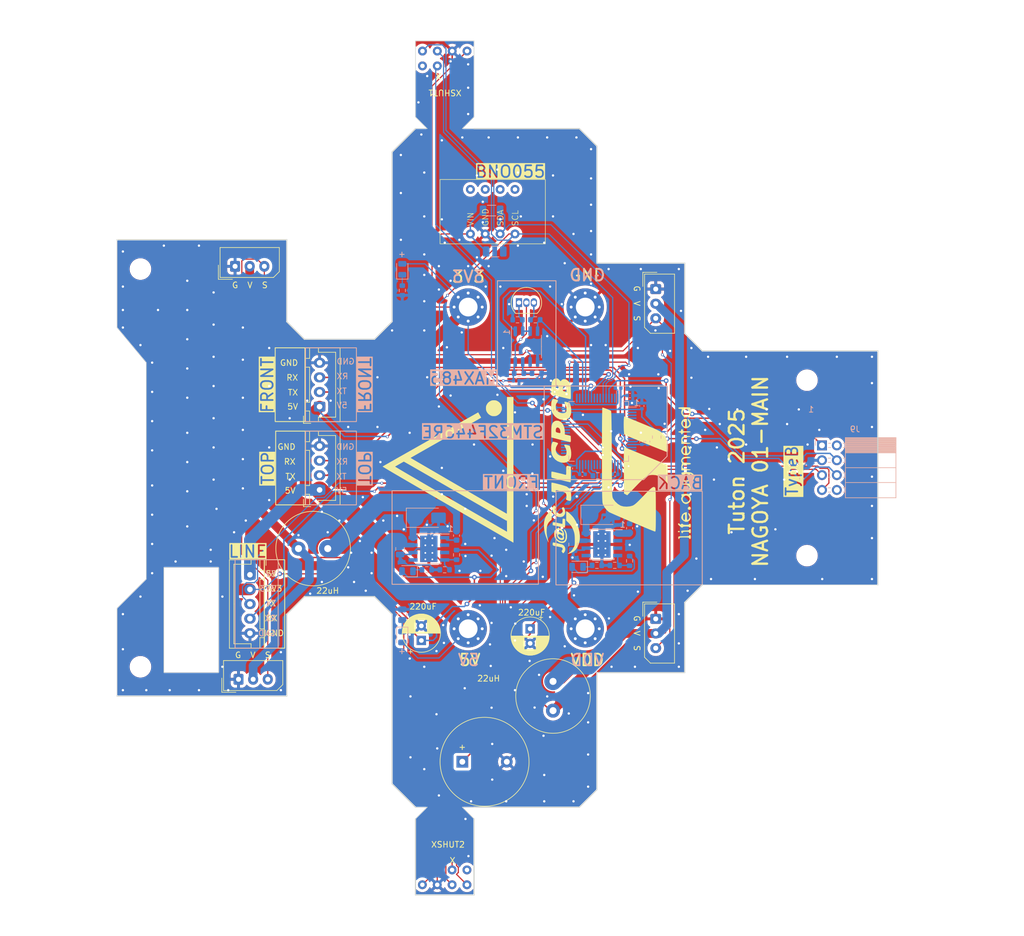
<source format=kicad_pcb>
(kicad_pcb (version 20221018) (generator pcbnew)
  (layers (0 "F.Cu" signal) (31 "B.Cu" signal) (34 "B.Paste" user) (35 "F.Paste" user) (36 "B.SilkS" user "B.Silkscreen") (37 "F.SilkS" user "F.Silkscreen") (38 "B.Mask" user) (39 "F.Mask" user) (44 "Edge.Cuts" user))
  (net 0 "")
  (net 1 "buzzer")
  (net 2 "GND")
  (net 3 "NRST")
  (net 4 "Net-(U1-VCAP_1)")
  (net 5 "+3V3")
  (net 6 "+5V")
  (net 7 "Net-(U1-VDDA)")
  (net 8 "VDD")
  (net 9 "Net-(U7-BOOT)")
  (net 10 "Net-(D5-K)")
  (net 11 "Net-(U8-BOOT)")
  (net 12 "Net-(D6-K)")
  (net 13 "Net-(D7-A)")
  (net 14 "Net-(D8-A)")
  (net 15 "Net-(D1-K)")
  (net 16 "Net-(D2-K)")
  (net 17 "Net-(D7-K)")
  (net 18 "Net-(D8-K)")
  (net 19 "UART4_TX")
  (net 20 "UART4_RX")
  (net 21 "UART5_TX")
  (net 22 "UART5_RX")
  (net 23 "UART2_TX")
  (net 24 "UART2_RX")
  (net 25 "STS_SIG")
  (net 26 "Net-(Q1-E)")
  (net 27 "Net-(Q1-B)")
  (net 28 "UART3_TX")
  (net 29 "BOOT0")
  (net 30 "Net-(U2-B)")
  (net 31 "Net-(U1-PB2)")
  (net 32 "Net-(U7-VSENSE)")
  (net 33 "Net-(U8-VSENSE)")
  (net 44 "XSHUT1")
  (net 45 "XSHUT2")
  (net 50 "I2C2_SCL")
  (net 55 "UART6_TX")
  (net 56 "UART6_RX")
  (net 60 "UART1_TX")
  (net 61 "UART1_RX")
  (net 67 "UART3_RX")
  (net 68 "I2C2_SDA")
  (net 71 "I2C1_SCL")
  (net 72 "I2C1_SDA")
  (net 74 "Battery_obs")
  (footprint "Connector_JST:JST_XH_B4B-XH-A_1x04_P2.50mm_Vertical" (layer "F.Cu") (at 104.610214 89.525 90)
    (fp_text reference "J1" hide)
    (fp_text value "Front")
  )
  (footprint "logo:st_logo_big" (layer "F.Cu") (at 160.7 100.9 90)
    (fp_text reference "G***" hide)
    (fp_text value "LOGO" hide)
  )
  (footprint "MountingHole:MountingHole_3.2mm_M3_Pad_Via" (layer "F.Cu") (at 130 127.5)
    (fp_text reference "H4" hide)
    (fp_text value "ToMain5V")
  )
  (footprint "Connector_JST:JST_XH_B5B-XH-A_1x05_P2.50mm_Vertical" (layer "F.Cu") (at 92.71 118.27 -90)
    (fp_text reference "J3" hide)
    (fp_text value "toLINE")
  )
  (footprint "Connector_Molex:Molex_SPOX_5267-03A_1x03_P2.50mm_Vertical" (layer "F.Cu") (at 162.052 69.422 -90)
    (fp_text reference "J5" hide)
    (fp_text value "STS3032" hide)
  )
  (footprint "Package_TO_SOT_THT:TO-92_Inline" (layer "F.Cu") (at 138.684 71.734)
    (fp_text reference "Q1" hide)
    (fp_text value "2SA1015" hide)
  )
  (footprint "MountingHole:MountingHole_3.2mm_M3" (layer "F.Cu") (at 74 134)
    (fp_text reference "REF**" hide)
    (fp_text value "MountingHole_3.2mm_M3" hide)
  )
  (footprint "MountingHole:MountingHole_3.2mm_M3" (layer "F.Cu") (at 187.9 115)
    (fp_text reference "REF**" hide)
    (fp_text value "MountingHole_3.2mm_M3" hide)
  )
  (footprint "MountingHole:MountingHole_3.2mm_M3" (layer "F.Cu") (at 187.9 85)
    (fp_text reference "REF**" hide)
    (fp_text value "MountingHole_3.2mm_M3" hide)
  )
  (footprint "Connector_Molex:Molex_SPOX_5267-03A_1x03_P2.50mm_Vertical" (layer "F.Cu") (at 90.17 65.532)
    (fp_text reference "J8" hide)
    (fp_text value "STS3032" hide)
  )
  (footprint "Inductor_THT:L_Radial_D12.0mm_P5.00mm_Neosid_SD12k_style2" (layer "F.Cu") (at 106.005 113.792 180)
    (fp_text reference "L2" hide)
    (fp_text value "22u" hide)
  )
  (footprint "Connector_Molex:Molex_SPOX_5267-03A_1x03_P2.50mm_Vertical" (layer "F.Cu") (at 90.758 136.144)
    (fp_text reference "J7" hide)
    (fp_text value "STS3032" hide)
  )
  (footprint "Capacitor_THT:CP_Radial_D6.3mm_P2.50mm" (layer "F.Cu") (at 140.589 127.5 -90)
    (fp_text reference "C18" hide)
    (fp_text value "220u" hide)
  )
  (footprint "MountingHole:MountingHole_3.2mm_M3_Pad_Via" (layer "F.Cu") (at 150 72.5)
    (fp_text reference "H2" hide)
    (fp_text value "ToMainGND")
  )
  (footprint "tuton:vl53l0x_vertical" (layer "F.Cu") (at 127.254 171.27)
    (fp_text reference "U5" hide)
    (fp_text value "~")
  )
  (footprint "Connector_Molex:Molex_SPOX_5267-03A_1x03_P2.50mm_Vertical" (layer "F.Cu") (at 162.052 125.81 -90)
    (fp_text reference "J6" hide)
    (fp_text value "STS3032")
  )
  (footprint "MountingHole:MountingHole_3.2mm_M3_Pad_Via" (layer "F.Cu") (at 130 72.5)
    (fp_text reference "H3" hide)
    (fp_text value "ToMain3V3")
  )
  (footprint "logo:tuton_logo_big" (layer "F.Cu") (at 126.492 100.33 90)
    (fp_text reference "G***" hide)
    (fp_text value "LOGO" hide)
  )
  (footprint "tuton:vl53l0x_vertical" (layer "F.Cu") (at 124.73 28.73 180)
    (fp_text reference "U3" hide)
    (fp_text value "~")
  )
  (footprint "Connector_JST:JST_XH_B4B-XH-A_1x04_P2.50mm_Vertical" (layer "F.Cu") (at 104.610214 103.759 90)
    (fp_text reference "J2" hide)
    (fp_text value "Top")
  )
  (footprint "Akiduki:BNO055" (layer "F.Cu") (at 134.19 56.19 90)
    (fp_text reference "U4" hide)
    (fp_text value "~")
  )
  (footprint "Capacitor_THT:CP_Radial_D6.3mm_P2.50mm" (layer "F.Cu") (at 122 129.5 90)
    (fp_text reference "C19" hide)
    (fp_text value "220u" hide)
  )
  (footprint "Buzzer_Beeper:Buzzer_15x7.5RM7.6" (layer "F.Cu") (at 129 150.241)
    (fp_text reference "BZ1" hide)
    (fp_text value "Buzzer" hide)
  )
  (footprint "logo:jlcpcb_logo_big" (layer "F.Cu") (at 146 99.7 90)
    (fp_text reference "G***" hide)
    (fp_text value "LOGO" hide)
  )
  (footprint "MountingHole:MountingHole_3.2mm_M3" (layer "F.Cu") (at 74 66)
    (fp_text reference "REF**" hide)
    (fp_text value "MountingHole_3.2mm_M3" hide)
  )
  (footprint "Inductor_THT:L_Radial_D12.0mm_P5.00mm_Neosid_SD12k_style2" (layer "F.Cu") (at 144.5 136.5 -90)
    (fp_text reference "L1" hide)
    (fp_text value "22u")
  )
  (footprint "MountingHole:MountingHole_3.2mm_M3_Pad_Via" (layer "F.Cu") (at 150 127.5)
    (fp_text reference "H1" hide)
    (fp_text value "ToMainVDD")
  )
  (footprint "LED_SMD:LED_0805_2012Metric" (layer "B.Cu") (at 118.745 128.905 -90)
    (fp_text reference "D2" hide)
    (fp_text value "LED_GREEN" hide)
  )
  (footprint "Package_SO:TI_SO-PowerPAD-8_ThermalVias" (layer "B.Cu") (at 123.282 113.833 180)
    (fp_text reference "U8" hide)
    (fp_text value "TPS5430DDA" hide)
  )
  (footprint "Capacitor_SMD:C_0402_1005Metric" (layer "B.Cu") (at 159.679 95.496 -90)
    (fp_text reference "C10" hide)
    (fp_text value "100n" hide)
  )
  (footprint "LED_SMD:LED_0805_2012Metric" (layer "B.Cu") (at 148.699 116.916 180)
    (fp_text reference "D7" hide)
    (fp_text value "LED_green" hide)
  )
  (footprint "Capacitor_SMD:C_0603_1608Metric" (layer "B.Cu") (at 128.016 111.569 90)
    (fp_text reference "C17" hide)
    (fp_text value "0.01u" hide)
  )
  (footprint "Resistor_SMD:R_0603_1608Metric" (layer "B.Cu") (at 122.936 117.411)
    (fp_text reference "R18" hide)
    (fp_text value "470" hide)
  )
  (footprint "Package_SO:TI_SO-PowerPAD-8_ThermalVias" (layer "B.Cu") (at 152.855 113.084 180)
    (fp_text reference "U7" hide)
    (fp_text value "TPS5430DDA" hide)
  )
  (footprint "Connector_PinSocket_2.54mm:PinSocket_2x04_P2.54mm_Horizontal" (layer "B.Cu") (at 190.46 96.15 180)
    (fp_text reference "J9")
    (fp_text value "WRITER CONN" hide)
  )
  (footprint "Resistor_SMD:R_0603_1608Metric" (layer "B.Cu") (at 118.745 69.66 90)
    (fp_text reference "R7" hide)
    (fp_text value "470" hide)
  )
  (footprint "Capacitor_SMD:C_0402_1005Metric" (layer "B.Cu") (at 155.107 101.084 180)
    (fp_text reference "C4" hide)
    (fp_text value "100n" hide)
  )
  (footprint "Resistor_SMD:R_0603_1608Metric" (layer "B.Cu") (at 152.001 116.662)
    (fp_text reference "R17" hide)
    (fp_text value "470" hide)
  )
  (footprint "Resistor_SMD:R_0603_1608Metric" (layer "B.Cu") (at 128.016 114.871 -90)
    (fp_text reference "R15" hide)
    (fp_text value "10k" hide)
  )
  (footprint "Resistor_SMD:R_0603_1608Metric" (layer "B.Cu") (at 141.478 74.676)
    (fp_text reference "R1" hide)
    (fp_text value "7.5k" hide)
  )
  (footprint "Resistor_SMD:R_0603_1608Metric" (layer "B.Cu") (at 138.684 83.82)
    (fp_text reference "R4" hide)
    (fp_text value "2.2k" hide)
  )
  (footprint "Resistor_SMD:R_0603_1608Metric" (layer "B.Cu") (at 138.43 74.676 180)
    (fp_text reference "R3" hide)
    (fp_text value "20k" hide)
  )
  (footprint "Package_QFP:LQFP-64_10x10mm_P0.5mm" (layer "B.Cu") (at 152.313 93.754 180)
    (fp_text reference "U1" hide)
    (fp_text value "STM32F446RETx" hide)
  )
  (footprint "Resistor_SMD:R_0603_1608Metric" (layer "B.Cu") (at 155.049 116.662 180)
    (fp_text reference "R14" hide)
    (fp_text value "2.2k" hide)
  )
  (footprint "Capacitor_SMD:C_0402_1005Metric" (layer "B.Cu") (at 160.695 95.496 -90)
    (fp_text reference "C11" hide)
    (fp_text value "1u" hide)
  )
  (footprint "Capacitor_SMD:C_0402_1005Metric" (layer "B.Cu") (at 138.204 85.09)
    (fp_text reference "C9" hide)
    (fp_text value "100n" hide)
  )
  (footprint "Resistor_SMD:R_0603_1608Metric" (layer "B.Cu") (at 152.146 101.346)
    (fp_text reference "R6" hide)
    (fp_text value "10k" hide)
  )
  (footprint "Resistor_SMD:R_1206_3216Metric" (layer "B.Cu") (at 134.5375 63 180)
    (fp_text reference "R10" hide)
    (fp_text value "10k" hide)
  )
  (footprint "Capacitor_SMD:C_0805_2012Metric" (layer "B.Cu") (at 118.364 113.855 -90)
    (fp_text reference "C15" hide)
    (fp_text value "10u" hide)
  )
  (footprint "Resistor_SMD:R_1206_3216Metric" (layer "B.Cu") (at 134 56)
    (fp_text reference "R9" hide)
    (fp_text value "10k" hide)
  )
  (footprint "Package_SO:SOP-8_3.9x4.9mm_P1.27mm" (layer "B.Cu") (at 139.954 79.248 -90)
    (fp_text reference "U2" hide)
    (fp_text value "MAX485ESA")
  )
  (footprint "Resistor_SMD:R_0603_1608Metric" (layer "B.Cu") (at 157.589 115.9 -90)
    (fp_text reference "R13" hide)
    (fp_text value "10k" hide)
  )
  (footprint "Capacitor_SMD:C_0805_2012Metric" (layer "B.Cu") (at 147.937 113.106 -90)
    (fp_text reference "C14" hide)
    (fp_text value "10u" hide)
  )
  (footprint "Resistor_SMD:R_0805_2012Metric" (layer "B.Cu") (at 118.745 125.095 -90)
    (fp_text reference "R8" hide)
    (fp_text value "1k" hide)
  )
  (footprint "LED_SMD:LED_0805_2012Metric" (layer "B.Cu") (at 119.634 117.665 180)
    (fp_text reference "D8" hide)
    (fp_text value "LED_green" hide)
  )
  (footprint "Capacitor_SMD:C_0603_1608Metric" (layer "B.Cu") (at 157.589 110.312 90)
    (fp_text reference "C16" hide)
    (fp_text value "0.01u" hide)
  )
  (footprint "Capacitor_SMD:C_0402_1005Metric" (layer "B.Cu") (at 147.487 100.096 90)
    (fp_text reference "C5" hide)
    (fp_text value "100n" hide)
  )
  (footprint "Resistor_SMD:R_0603_1608Metric" (layer "B.Cu") (at 187 99.187 -90)
    (fp_text reference "R2" hide)
    (fp_text value "10k" hide)
  )
  (footprint "Resistor_SMD:R_0603_1608Metric" (layer "B.Cu") (at 125.984 117.411 180)
    (fp_text reference "R16" hide)
    (fp_text value "2.2k" hide)
  )
  (footprint "Capacitor_SMD:C_0402_1005Metric" (layer "B.Cu") (at 144.947 90.162 90)
    (fp_text reference "C6" hide)
    (fp_text value "100n" hide)
  )
  (footprint "Capacitor_SMD:C_0402_1005Metric" (layer "B.Cu") (at 187 101.826 -90)
    (fp_text reference "C1" hide)
    (fp_text value "100n" hide)
  )
  (footprint "Diode_SMD:D_SMA" (layer "B.Cu") (at 122.936 108.521)
    (fp_text reference "D6" hide)
    (fp_text value "SS34")
  )
  (footprint "Resistor_SMD:R_0603_1608Metric" (layer "B.Cu") (at 141.732 83.82 180)
    (fp_text reference "R5" hide)
    (fp_text value "2.2k" hide)
  )
  (footprint "Diode_SMD:D_SMA" (layer "B.Cu") (at 152.763 108.026)
    (fp_text reference "D5" hide)
    (fp_text value "SS34" hide)
  )
  (footprint "Capacitor_SMD:C_0402_1005Metric" (layer "B.Cu") (at 155.615 86.352)
    (fp_text reference "C8" hide)
    (fp_text value "100n" hide)
  )
  (footprint "Capacitor_SMD:C_0402_1005Metric" (layer "B.Cu") (at 149.519 101.084 180)
    (fp_text reference "C2" hide)
    (fp_text value "4.7u" hide)
  )
  (footprint "Capacitor_SMD:C_0402_1005Metric" (layer "B.Cu") (at 159.679 89.4 -90)
    (fp_text reference "C3" hide)
    (fp_text value "100n" hide)
  )
  (footprint "Resistor_SMD:R_0805_2012Metric" (layer "B.Cu") (at 162.219 94.734 -90)
    (fp_text reference "FB1" hide)
    (fp_text value "FerriteBead" hide)
  )
  (footprint "Capacitor_SMD:C_0402_1005Metric" (layer "B.Cu") (at 157.647 87.622)
    (fp_text reference "C7" hide)
    (fp_text value "4.7u" hide)
  )
  (footprint "LED_SMD:LED_0805_2012Metric" (layer "B.Cu") (at 118.745 66.04 90)
    (fp_text reference "D1" hide)
    (fp_text value "LED_GREEN" hide)
  )
  (gr_rect (start 135 68) (end 145 86) (stroke (width 0.15)) (fill none) (layer "B.SilkS"))
  (gr_rect (start 117 103.9) (end 142 119.9) (stroke (width 0.15)) (fill none) (layer "B.SilkS"))
  (gr_rect (start 145 104) (end 170 120) (stroke (width 0.15)) (fill none) (layer "B.SilkS"))
  (gr_rect (start 90.172 115.7) (end 97.536 130.81) (stroke (width 0.15)) (fill none) (layer "B.SilkS"))
  (gr_rect (start 102.207 93.709) (end 110.899 106.319) (stroke (width 0.15)) (fill none) (layer "B.SilkS"))
  (gr_rect (start 102.209 79.465) (end 110.901 92.075) (stroke (width 0.15)) (fill none) (layer "B.SilkS"))
  (gr_poly (pts (xy 143 86) (xy 143 102) (xy 160 102) (xy 164 98) (xy 164 86)) (stroke (width 0.15)) (fill none) (layer "B.SilkS"))
  (gr_rect (start 97.11 93.709) (end 102.188 106.319) (stroke (width 0.15)) (fill none) (layer "F.SilkS"))
  (gr_rect (start 97.029 79.465) (end 102.107 92.075) (stroke (width 0.15)) (fill none) (layer "F.SilkS"))
  (gr_rect (start 95.16 115.7) (end 98.65 130.82) (stroke (width 0.15)) (fill none) (layer "F.SilkS"))
  (gr_line (start 114 78) (end 102 78) (stroke (width 0.2)) (layer "Edge.Cuts"))
  (gr_line (start 167 77) (end 167 65) (stroke (width 0.2)) (layer "Edge.Cuts"))
  (gr_line (start 70 139) (end 99 139) (stroke (width 0.2)) (layer "Edge.Cuts"))
  (gr_line (start 102 78) (end 99 75) (stroke (width 0.2)) (layer "Edge.Cuts"))
  (gr_line (start 167 123) (end 170 120) (stroke (width 0.2)) (layer "Edge.Cuts"))
  (gr_line (start 152 135) (end 167 135) (stroke (width 0.2)) (layer "Edge.Cuts"))
  (gr_line (start 152 65) (end 152 45) (stroke (width 0.2)) (layer "Edge.Cuts"))
  (gr_line (start 121 160) (end 121 173) (stroke (width 0.2)) (layer "Edge.Cuts"))
  (gr_line (start 149 42) (end 131 42) (stroke (width 0.2)) (layer "Edge.Cuts"))
  (gr_line (start 99 125) (end 102 122) (stroke (width 0.2)) (layer "Edge.Cuts"))
  (gr_line (start 200 120) (end 170 120) (stroke (width 0.1)) (layer "Edge.Cuts"))
  (gr_line (start 117 46) (end 117 75) (stroke (width 0.2)) (layer "Edge.Cuts"))
  (gr_line (start 129 158) (end 131 158) (stroke (width 0.1)) (layer "Edge.Cuts"))
  (gr_rect (start 78 117) (end 87.365 135) (stroke (width 0.1)) (fill none) (layer "Edge.Cuts"))
  (gr_line (start 121 40) (end 123 42) (stroke (width 0.1)) (layer "Edge.Cuts"))
  (gr_line (start 121 42) (end 117 46) (stroke (width 0.2)) (layer "Edge.Cuts"))
  (gr_line (start 70 124) (end 75 119) (stroke (width 0.1)) (layer "Edge.Cuts"))
  (gr_line (start 75 82) (end 75 119) (stroke (width 0.1)) (layer "Edge.Cuts"))
  (gr_line (start 200 120) (end 200 80) (stroke (width 0.2)) (layer "Edge.Cuts"))
  (gr_line (start 99 75) (end 99 61) (stroke (width 0.2)) (layer "Edge.Cuts"))
  (gr_line (start 123 158) (end 121 160) (stroke (width 0.1)) (layer "Edge.Cuts"))
  (gr_line (start 121 27) (end 131 27) (stroke (width 0.1)) (layer "Edge.Cuts"))
  (gr_line (start 99 139) (end 99 125) (stroke (width 0.2)) (layer "Edge.Cuts"))
  (gr_line (start 99 61) (end 70 61) (stroke (width 0.2)) (layer "Edge.Cuts"))
  (gr_line (start 102 122) (end 114 122) (stroke (width 0.2)) (layer "Edge.Cuts"))
  (gr_line (start 70 76) (end 75 82) (stroke (width 0.1)) (layer "Edge.Cuts"))
  (gr_line (start 129 42) (end 131 42) (stroke (width 0.1)) (layer "Edge.Cuts"))
  (gr_line (start 121 158) (end 123 158) (stroke (width 0.1)) (layer "Edge.Cuts"))
  (gr_line (start 117 154) (end 121 158) (stroke (width 0.2)) (layer "Edge.Cuts"))
  (gr_line (start 131 27) (end 131 40) (stroke (width 0.1)) (layer "Edge.Cuts"))
  (gr_line (start 123 42) (end 121 42) (stroke (width 0.1)) (layer "Edge.Cuts"))
  (gr_line (start 131 40) (end 129 42) (stroke (width 0.1)) (layer "Edge.Cuts"))
  (gr_line (start 131 173) (end 131 160) (stroke (width 0.2)) (layer "Edge.Cuts"))
  (gr_line (start 131 160) (end 129 158) (stroke (width 0.1)) (layer "Edge.Cuts"))
  (gr_line (start 149 158) (end 152 155) (stroke (width 0.2)) (layer "Edge.Cuts"))
  (gr_line (start 152 45) (end 149 42) (stroke (width 0.2)) (layer "Edge.Cuts"))
  (gr_line (start 152 155) (end 152 135) (stroke (width 0.2)) (layer "Edge.Cuts"))
  (gr_line (start 170 80) (end 167 77) (stroke (width 0.2)) (layer "Edge.Cuts"))
  (gr_line (start 200 80) (end 170 80) (stroke (width 0.2)) (layer "Edge.Cuts"))
  (gr_line (start 121 40) (end 121 27) (stroke (width 0.1)) (layer "Edge.Cuts"))
  (gr_line (start 114 122) (end 117 125) (stroke (width 0.2)) (layer "Edge.Cuts"))
  (gr_line (start 121 173) (end 131 173) (stroke (width 0.2)) (layer "Edge.Cuts"))
  (gr_line (start 70 124) (end 70 139) (stroke (width 0.1)) (layer "Edge.Cuts"))
  (gr_line (start 131 158) (end 149 158) (stroke (width 0.2)) (layer "Edge.Cuts"))
  (gr_line (start 70 61) (end 70 76) (stroke (width 0.1)) (layer "Edge.Cuts"))
  (gr_line (start 167 135) (end 167 123) (stroke (width 0.2)) (layer "Edge.Cuts"))
  (gr_line (start 167 65) (end 152 65) (stroke (width 0.2)) (layer "Edge.Cuts"))
  (gr_line (start 117 75) (end 114 78) (stroke (width 0.2)) (layer "Edge.Cuts"))
  (gr_line (start 117 125) (end 117 154) (stroke (width 0.2)) (layer "Edge.Cuts"))
  (gr_text "VDD" (at 150.368 132.842) (layer "B.SilkS") (effects (font (size 2 2) (thickness 0.3)) (justify mirror)))
  (gr_text "GND" (at 97.282 128.27) (layer "B.SilkS") (effects (font (size 1 1)) (justify left mirror)))
  (gr_text "1\n" (at 188.6 90) (layer "B.SilkS") (effects (font (size 1 1)) (justify mirror)))
  (gr_text "5V" (at 107.404214 103.886) (layer "B.SilkS") (effects (font (size 1 1)) (justify right mirror)))
  (gr_text "RX" (at 107.404214 98.933) (layer "B.SilkS") (effects (font (size 1 1)) (justify right mirror)))
  (gr_text "　FRONT　" (at 112.230214 78.857 -90) (layer "B.SilkS" knockout) (effects (font (size 2 2) (thickness 0.3)) (justify right mirror)))
  (gr_text "BACK" (at 162.2 102.6) (layer "B.SilkS" knockout) (effects (font (size 2 2) (thickness 0.3)) (justify right mirror)))
  (gr_text "FRONT" (at 132.5 102.5) (layer "B.SilkS" knockout) (effects (font (size 2 2) (thickness 0.3)) (justify right mirror)))
  (gr_text "1\n" (at 158.8 88.9) (layer "B.SilkS") (effects (font (size 1 1)) (justify mirror)))
  (gr_text "RX" (at 97.282 125.73) (layer "B.SilkS") (effects (font (size 1 1)) (justify left mirror)))
  (gr_text "+" (at 119.4 131.9) (layer "B.SilkS") (effects (font (size 1 1)) (justify left bottom mirror)))
  (gr_text "STM32F446RE" (at 121.9 93.9) (layer "B.SilkS" knockout) (effects (font (size 2 2) (thickness 0.3)) (justify right mirror)))
  (gr_text "TX" (at 97.282 123.19) (layer "B.SilkS") (effects (font (size 1 1)) (justify left mirror)))
  (gr_text "GND" (at 150.368 67.056) (layer "B.SilkS") (effects (font (size 2 2) (thickness 0.3)) (justify mirror)))
  (gr_text "TOP" (at 112.230214 97.028 -90) (layer "B.SilkS" knockout) (effects (font (size 2 2) (thickness 0.3)) (justify right mirror)))
  (gr_text "GND" (at 107.404214 96.393) (layer "B.SilkS") (effects (font (size 1 1)) (justify right mirror)))
  (gr_text "+" (at 119.4 64) (layer "B.SilkS") (effects (font (size 1 1)) (justify left bottom mirror)))
  (gr_text "1\n" (at 156.4 109.7) (layer "B.SilkS") (effects (font (size 1 1)) (justify mirror)))
  (gr_text "5V" (at 107.442 89.291) (layer "B.SilkS") (effects (font (size 1 1)) (justify right mirror)))
  (gr_text "RX" (at 107.442 84.338) (layer "B.SilkS") (effects (font (size 1 1)) (justify right mirror)))
  (gr_text "5V" (at 97.282 118.11) (layer "B.SilkS") (effects (font (size 1 1)) (justify left mirror)))
  (gr_text "TX\n" (at 107.404214 101.473) (layer "B.SilkS") (effects (font (size 1 1)) (justify right mirror)))
  (gr_text "3V3" (at 97.282 120.65) (layer "B.SilkS") (effects (font (size 1 1)) (justify left mirror)))
  (gr_text "3V3" (at 130.048 67.31) (layer "B.SilkS") (effects (font (size 2 2) (thickness 0.3)) (justify mirror)))
  (gr_text "GND" (at 107.442 81.798) (layer "B.SilkS") (effects (font (size 1 1)) (justify right mirror)))
  (gr_text "MAX485" (at 123.3 84.7) (layer "B.SilkS" knockout) (effects (font (size 2 2) (thickness 0.3)) (justify right mirror)))
  (gr_text "1\n" (at 127 110.4) (layer "B.SilkS") (effects (font (size 1 1)) (justify mirror)))
  (gr_text "5V" (at 132.08 132.842) (layer "B.SilkS") (effects (font (size 2 2) (thickness 0.3)) (justify left mirror)))
  (gr_text "1\n" (at 136.6 76.8 90) (layer "B.SilkS") (effects (font (size 1 1)) (justify mirror)))
  (gr_text "TX\n" (at 107.442 86.878) (layer "B.SilkS") (effects (font (size 1 1)) (justify right mirror)))
  (gr_text "VDD" (at 150.368 132.842) (layer "F.SilkS") (effects (font (size 2 2) (thickness 0.3))))
  (gr_text "XSHUT2" (at 123.6 164.4) (layer "F.SilkS") (effects (font (size 1 1)) (justify left)))
  (gr_text "5V" (at 95.35 118.09) (layer "F.SilkS") (effects (font (size 1 1)) (justify left)))
  (gr_text "V" (at 158.242 128.27 -90) (layer "F.SilkS") (effects (font (size 1 1)) (justify bottom)))
  (gr_text "S" (at 158.242 74.422 -90) (layer "F.SilkS") (effects (font (size 1 1)) (justify bottom)))
  (gr_text "5V" (at 101.013 89.525) (layer "F.SilkS") (effects (font (size 1 1)) (justify right)))
  (gr_text "G" (at 90.678 132.588) (layer "F.SilkS") (effects (font (size 1 1)) (justify bottom)))
  (gr_text "S" (at 95.758 132.588) (layer "F.SilkS") (effects (font (size 1 1)) (justify bottom)))
  (gr_text "TOP" (at 95.758 97.028 90) (layer "F.SilkS" knockout) (effects (font (size 2 2) (thickness 0.3)) (justify right)))
  (gr_text "RX" (at 101.013 84.572) (layer "F.SilkS") (effects (font (size 1 1)) (justify right)))
  (gr_text "3V3" (at 130.048 67.31) (layer "F.SilkS") (effects (font (size 2 2) (thickness 0.3))))
  (gr_text "TypeB" (at 186.5 100.5 90) (layer "F.SilkS" knockout) (effects (font (size 2 2) (thickness 0.3)) (justify bottom)))
  (gr_text "BNO055" (at 143.35 49.35) (layer "F.SilkS" knockout) (effects (font (size 2 2) (thickness 0.3)) (justify right)))
  (gr_text "V" (at 92.71 69.342) (layer "F.SilkS") (effects (font (size 1 1)) (justify bottom)))
  (gr_text "RX" (at 100.584 98.933) (layer "F.SilkS") (effects (font (size 1 1)) (justify right)))
  (gr_text "GND" (at 150.368 67.056) (layer "F.SilkS") (effects (font (size 2 2) (thickness 0.3))))
  (gr_text "GND" (at 100.584 96.393) (layer "F.SilkS") (effects (font (size 1 1)) (justify right)))
  (gr_text "LINE" (at 95.758 114.3) (layer "F.SilkS" knockout) (effects (font (size 2 2) (thickness 0.3)) (justify right)))
  (gr_text "220uF" (at 122.301 123.698) (layer "F.SilkS") (effects (font (size 1 1))))
  (gr_text "5V" (at 100.584 103.886) (layer "F.SilkS") (effects (font (size 1 1)) (justify right)))
  (gr_text "V" (at 158.242 71.882 -90) (layer "F.SilkS") (effects (font (size 1 1)) (justify bottom)))
  (gr_text "5V" (at 128.27 132.842) (layer "F.SilkS") (effects (font (size 2 2) (thickness 0.3)) (justify left)))
  (gr_text "S" (at 95.25 69.342) (layer "F.SilkS") (effects (font (size 1 1)) (justify bottom)))
  (gr_text "GND" (at 95.35 128.25) (layer "F.SilkS") (effects (font (size 1 1)) (justify left)))
  (gr_text "X" (at 125.476 33.02 180) (layer "F.SilkS") (effects (font (size 1 1)) (justify left)))
  (gr_text "V" (at 93.218 132.588) (layer "F.SilkS") (effects (font (size 1 1)) (justify bottom)))
  (gr_text "220uF" (at 140.843 124.714) (layer "F.SilkS") (effects (font (size 1 1))))
  (gr_text "　FRONT　" (at 95.679 78.857 90) (layer "F.SilkS" knockout) (effects (font (size 2 2) (thickness 0.3)) (justify right)))
  (gr_text "3V3" (at 95.35 120.63) (layer "F.SilkS") (effects (font (size 1 1)) (justify left)))
  (gr_text "G" (at 158.242 125.73 -90) (layer "F.SilkS") (effects (font (size 1 1)) (justify bottom)))
  (gr_text "G" (at 90.17 69.342) (layer "F.SilkS") (effects (font (size 1 1)) (justify bottom)))
  (gr_text "XSHUT1" (at 128.95 35.85 180) (layer "F.SilkS") (effects (font (size 1 1)) (justify left)))
  (gr_text "TX" (at 95.35 123.17) (layer "F.SilkS") (effects (font (size 1 1)) (justify left)))
  (gr_text "X" (at 126.746 167.132) (layer "F.SilkS") (effects (font (size 1 1)) (justify left)))
  (gr_text "S" (at 158.242 130.81 -90) (layer "F.SilkS") (effects (font (size 1 1)) (justify bottom)))
  (gr_text "RX" (at 95.35 125.71) (layer "F.SilkS") (effects (font (size 1 1)) (justify left)))
  (gr_text "TX\n" (at 100.584 101.473) (layer "F.SilkS") (effects (font (size 1 1)) (justify right)))
  (gr_text "22uH" (at 106 121) (layer "F.SilkS") (effects (font (size 1 1))))
  (gr_text "22uH" (at 133.5 136) (layer "F.SilkS") (effects (font (size 1 1))))
  (gr_text "TX\n" (at 101.013 87.112) (layer "F.SilkS") (effects (font (size 1 1)) (justify right)))
  (gr_text "Tuton 2025\nNAGOYA 01-MAIN" (at 181.4 100.6 90) (layer "F.SilkS") (effects (font (size 2.5 2.5) (thickness 0.4)) (justify bottom)))
  (gr_text "GND" (at 101.013 82.032) (layer "F.SilkS") (effects (font (size 1 1)) (justify right)))
  (gr_text "G" (at 158.242 69.342 -90) (layer "F.SilkS") (effects (font (size 1 1)) (justify bottom)))
  (segment (start 132.5 139.60104) (end 132.5 146.741) (width 0.25) (layer "F.Cu") (net 1))
  (segment (start 136.315 122.003) (end 136.315 135.78604) (width 0.25) (layer "F.Cu") (net 1))
  (segment (start 132.5 146.741) (end 129 150.241) (width 0.25) (layer "F.Cu") (net 1))
  (segment (start 140.720299 117.597701) (end 136.315 122.003) (width 0.25) (layer "F.Cu") (net 1))
  (segment (start 136.315 135.78604) (end 132.5 139.60104) (width 0.25) (layer "F.Cu") (net 1))
  (via (at 140.720299 117.597701) (size 0.8) (drill 0.4) (layers "F.Cu" "B.Cu") (net 1))
  (segment (start 151.744004 100.546) (end 152.046 100.847996) (width 0.25) (layer "B.Cu") (net 1))
  (segment (start 152.046 101.844004) (end 151.744004 102.146) (width 0.25) (layer "B.Cu") (net 1))
  (segment (start 151.337236 100.546) (end 151.744004 100.546) (width 0.25) (layer "B.Cu") (net 1))
  (segment (start 149.568 102.146) (end 140.720299 110.993701) (width 0.25) (layer "B.Cu") (net 1))
  (segment (start 151.063 99.429) (end 151.063 100.271764) (width 0.25) (layer "B.Cu") (net 1))
  (segment (start 140.720299 110.993701) (end 140.720299 117.597701) (width 0.25) (layer "B.Cu") (net 1))
  (segment (start 151.063 100.271764) (end 151.337236 100.546) (width 0.25) (layer "B.Cu") (net 1))
  (segment (start 151.744004 102.146) (end 149.568 102.146) (width 0.25) (layer "B.Cu") (net 1))
  (segment (start 152.046 100.847996) (end 152.046 101.844004) (width 0.25) (layer "B.Cu") (net 1))
  (segment (start 123.282 113.833) (end 127.051 117.602) (width 0.25) (layer "F.Cu") (net 2))
  (segment (start 124.714 156.286) (end 124.714 171.27) (width 0.2) (layer "F.Cu") (net 2))
  (segment (start 137 72) (end 137 71.543) (width 0.2) (layer "F.Cu") (net 2))
  (segment (start 123.282 113.63) (end 117.856 108.204) (width 0.25) (layer "F.Cu") (net 2))
  (segment (start 127.051 117.602) (end 128.524 117.602) (width 0.25) (layer "F.Cu") (net 2))
  (segment (start 137 71.543) (end 137 73) (width 0.2) (layer "F.Cu") (net 2))
  (segment (start 125 156) (end 124.714 156.286) (width 0.2) (layer "F.Cu") (net 2))
  (segment (start 123.282 113.833) (end 123.282 113.63) (width 0.25) (layer "F.Cu") (net 2))
  (segment (start 127.27 30.21) (end 127 30.48) (width 0.25) (layer "F.Cu") (net 2))
  (segment (start 127.27 28.73) (end 127.27 30.21) (width 0.25) (layer "F.Cu") (net 2))
  (via (at 173 92.5) (size 0.8) (drill 0.4) (layers "F.Cu" "B.Cu") (net 2))
  (via (at 164.5 80) (size 0.8) (drill 0.4) (layers "F.Cu" "B.Cu") (net 2))
  (via (at 199 101.5) (size 0.8) (drill 0.4) (layers "F.Cu" "B.Cu") (net 2))
  (via (at 137 72) (size 0.8) (drill 0.4) (layers "F.Cu" "B.Cu") (net 2))
  (via (at 122 43) (size 0.8) (drill 0.4) (layers "F.Cu" "B.Cu") (net 2))
  (via (at 122.5 71.5) (size 0.8) (drill 0.4) (layers "F.Cu" "B.Cu") (net 2))
  (via (at 181 90) (size 0.8) (drill 0.4) (layers "F.Cu" "B.Cu") (net 2))
  (via (at 184.5 92.5) (size 0.8) (drill 0.4) (layers "F.Cu" "B.Cu") (net 2))
  (via (at 128.5 61) (size 0.8) (drill 0.4) (layers "F.Cu" "B.Cu") (net 2))
  (via (at 141.224 108.966) (size 0.8) (drill 0.4) (layers "F.Cu" "B.Cu") (net 2))
  (via (at 127 68) (size 0.8) (drill 0.4) (layers "F.Cu" "B.Cu") (net 2))
  (via (at 172.5 96.5) (size 0.8) (drill 0.4) (layers "F.Cu" "B.Cu") (net 2))
  (via (at 132.08 117.602) (size 0.8) (drill 0.4) (layers "F.Cu" "B.Cu") (net 2))
  (via (at 122.5 63.5) (size 0.8) (drill 0.4) (layers "F.Cu" "B.Cu") (net 2))
  (via (at 91.5 76) (size 0.8) (drill 0.4) (layers "F.Cu" "B.Cu") (net 2))
  (via (at 126 61.5) (size 0.8) (drill 0.4) (layers "F.Cu" "B.Cu") (net 2))
  (via (at 71 73) (size 0.8) (drill 0.4) (layers "F.Cu" "B.Cu") (net 2))
  (via (at 138.5 49.5) (size 0.8) (drill 0.4) (layers "F.Cu" "B.Cu") (net 2))
  (via (at 157.734 86.106) (size 0.8) (drill 0.4) (layers "F.Cu" "B.Cu") (net 2))
  (via (at 158.877 109.982) (size 0.8) (drill 0.4) (layers "F.Cu" "B.Cu") (net 2))
  (via (at 119 110.5) (size 0.8) (drill 0.4) (layers "F.Cu" "B.Cu") (net 2))
  (via (at 125 65.5) (size 0.8) (drill 0.4) (layers "F.Cu" "B.Cu") (net 2))
  (via (at 127 30.48) (size 0.8) (drill 0.4) (layers "F.Cu" "B.Cu") (net 2))
  (via (at 91.5 88) (size 0.8) (drill 0.4) (layers "F.Cu" "B.Cu") (net 2))
  (via (at 139.5 116) (size 0.8) (drill 0.4) (layers "F.Cu" "B.Cu") (net 2))
  (via (at 148.082 121.793) (size 0.8) (drill 0.4) (layers "F.Cu" "B.Cu") (net 2))
  (via (at 137.287 123.825) (size 0.8) (drill 0.4) (layers "F.Cu" "B.Cu") (net 2))
  (via (at 82 99) (size 0.8) (drill 0.4) (layers "F.Cu" "B.Cu") (net 2))
  (via (at 146.5 130.5) (size 0.8) (drill 0.4) (layers "F.Cu" "B.Cu") (net 2))
  (via (at 76 87) (size 0.8) (drill 0.4) (layers "F.Cu" "B.Cu") (net 2))
  (via (at 184 102) (size 0.8) (drill 0.4) (layers "F.Cu" "B.Cu") (net 2))
  (via (at 112 105) (size 0.8) (drill 0.4) (layers "F.Cu" "B.Cu") (net 2))
  (via (at 134.112 147.193) (size 0.8) (drill 0.4) (layers "F.Cu" "B.Cu") (net 2))
  (via (at 131.5 64) (size 0.8) (drill 0.4) (layers "F.Cu" "B.Cu") (net 2))
  (via (at 188 96) (size 0.8) (drill 0.4) (layers "F.Cu" "B.Cu") (net 2))
  (via (at 141 96) (size 0.8) (drill 0.4) (layers "F.Cu" "B.Cu") (net 2))
  (via (at 122.5 76.5) (size 0.8) (drill 0.4) (layers "F.Cu" "B.Cu") (net 2))
  (via (at 86.5 75.5) (size 0.8) (drill 0.4) (layers "F.Cu" "B.Cu") (net 2))
  (via (at 91.5 93.5) (size 0.8) (drill 0.4) (layers "F.Cu" "B.Cu") (net 2))
  (via (at 150.5 154.5) (size 0.8) (drill 0.4) (layers "F.Cu" "B.Cu") (net 2))
  (via (at 177.5 96) (size 0.8) (drill 0.4) (layers "F.Cu" "B.Cu") (net 2))
  (via (at 82 104) (size 0.8) (drill 0.4) (layers "F.Cu" "B.Cu") (net 2))
  (via (at 71 69) (size 0.8) (drill 0.4) (layers "F.Cu" "B.Cu") (net 2))
  (via (at 82 110) (size 0.8) (drill 0.4) (layers "F.Cu" "B.Cu") (net 2))
  (via (at 171 81) (size 0.8) (drill 0.4) (layers "F.Cu" "B.Cu") (net 2))
  (via (at 166 134) (size 0.8) (drill 0.4) (layers "F.Cu" "B.Cu") (net 2))
  (via (at 138 129.5) (size 0.8) (drill 0.4) (layers "F.Cu" "B.Cu") (net 2))
  (via (at 138 90.5) (size 0.8) (drill 0.4) (layers "F.Cu" "B.Cu") (net 2))
  (via (at 140 104.5) (size 0.8) (drill 0.4) (layers "F.Cu" "B.Cu") (net 2))
  (via (at 129.5 113) (size 0.8) (drill 0.4) (layers "F.Cu" "B.Cu") (net 2))
  (via (at 168.148 79.502) (size 0.8) (drill 0.4) (layers "F.Cu" "B.Cu") (net 2))
  (via (at 110 114.5) (size 0.8) (drill 0.4) (layers "F.Cu" "B.Cu") (net 2))
  (via (at 125 69.5) (size 0.8) (drill 0.4) (layers "F.Cu" "B.Cu") (net 2))
  (via (at 84 62) (size 0.8) (drill 0.4) (layers "F.Cu" "B.Cu") (net 2))
  (via (at 115 99) (size 0.8) (drill 0.4) (layers "F.Cu" "B.Cu") (net 2))
  (via (at 175 111) (size 0.8) (drill 0.4) (layers "F.Cu" "B.Cu") (net 2))
  (via (at 139 57) (size 0.8) (drill 0.4) (layers "F.Cu" "B.Cu") (net 2))
  (via (at 174.5 98.5) (size 0.8) (drill 0.4) (layers "F.Cu" "B.Cu") (net 2))
  (via (at 86.5 96.5) (size 0.8) (drill 0.4) (layers "F.Cu" "B.Cu") (net 2))
  (via (at 125.73 126.873) (size 0.8) (drill 0.4) (layers "F.Cu" "B.Cu") (net 2))
  (via (at 71 131) (size 0.8) (drill 0.4) (layers "F.Cu" "B.Cu") (net 2))
  (via (at 199 106.5) (size 0.8) (drill 0.4) (layers "F.Cu" "B.Cu") (net 2))
  (via (at 166.37 73.152) (size 0.8) (drill 0.4) (layers "F.Cu" "B.Cu") (net 2))
  (via (at 184.5 81) (size 0.8) (drill 0.4) (layers "F.Cu" "B.Cu") (net 2))
  (via (at 127 87.63) (size 0.8) (drill 0.4) (layers "F.Cu" "B.Cu") (net 2))
  (via (at 151 79) (size 0.8) (drill 0.4) (layers "F.Cu" "B.Cu") (net 2))
  (via (at 74 79) (size 0.8) (drill 0.4) (layers "F.Cu" "B.Cu") (net 2))
  (via (at 159 79.5) (size 0.8) (drill 0.4) (layers "F.Cu" "B.Cu") (net 2))
  (via (at 130 65.5) (size 0.8) (drill 0.4) (layers "F.Cu" "B.Cu") (net 2))
  (via (at 172 102) (size 0.8) (drill 0.4) (layers "F.Cu" "B.Cu") (net 2))
  (via (at 177 102) (size 0.8) (drill 0.4) (layers "F.Cu" "B.Cu") (net 2))
  (via (at 199 112) (size 0.8) (drill 0.4) (layers "F.Cu" "B.Cu") (net 2))
  (via (at 142.113 135.382) (size 0.8) (drill 0.4) (layers "F.Cu" "B.Cu") (net 2))
  (via (at 120 94) (size 0.8) (drill 0.4) (layers "F.Cu" "B.Cu") (net 2))
  (via (at 124.587 131.318) (size 0.8) (drill 0.4) (layers "F.Cu" "B.Cu") (net 2))
  (via (at 71 138) (size 0.8) (drill 0.4) (layers "F.Cu" "B.Cu") (net 2))
  (via (at 171.5 119) (size 0.8) (drill 0.4) (layers "F.Cu" "B.Cu") (net 2))
  (via (at 125.857 129.921) (size 0.8) (drill 0.4) (layers "F.Cu" "B.Cu") (net 2))
  (via (at 134 115) (size 0.8) (drill 0.4) (layers "F.Cu" "B.Cu") (net 2))
  (via (at 140.97 100.965) (size 0.8) (drill 0.4) (layers "F.Cu" "B.Cu") (net 2))
  (via (at 130.5 157) (size 0.8) (drill 0.4) (layers "F.Cu" "B.Cu") (net 2))
  (via (at 133.5 43.5) (size 0.8) (drill 0.4) (layers "F.Cu" "B.Cu") (net 2))
  (via (at 125.5 44) (size 0.8) (drill 0.4) (layers "F.Cu" "B.Cu") (net 2))
  (via (at 121.5 37.5) (size 0.8) (drill 0.4) (layers "F.Cu" "B.Cu") (net 2))
  (via (at 142.748 118.618) (size 0.8) (drill 0.4) (layers "F.Cu" "B.Cu") (net 2))
  (via (at 124.714 147.955) (size 0.8) (drill 0.4) (layers "F.Cu" "B.Cu") (net 2))
  (via (at 111.5 112.5) (size 0.8) (drill 0.4) (layers "F.Cu" "B.Cu") (net 2))
  (via (at 71 125) (size 0.8) (drill 0.4) (layers "F.Cu" "B.Cu") (net 2))
  (via (at 76 92) (size 0.8) (drill 0.4) (layers "F.Cu" "B.Cu") (net 2))
  (via (at 153.5 79) (size 0.8) (drill 0.4) (layers "F.Cu" "B.Cu") (net 2))
  (via (at 122.5 134) (size 0.8) (drill 0.4) (layers "F.Cu" "B.Cu") (net 2))
  (via (at 162.56 86.36) (size 0.8) (drill 0.4) (layers "F.Cu" "B.Cu") (net 2))
  (via (at 168 96.5) (size 0.8) (drill 0.4) (layers "F.Cu" "B.Cu") (net 2))
  (via (at 138.049 126.619) (size 0.8) (drill 0.4) (layers "F.Cu" "B.Cu") (net 2))
  (via (at 90 111) (size 0.8) (drill 0.4) (layers "F.Cu" "B.Cu") (net 2))
  (via (at 125 156) (size 0.8) (drill 0.4) (layers "F.Cu" "B.Cu") (net 2))
  (via (at 82 88) (size 0.8) (drill 0.4) (layers "F.Cu" "B.Cu") (net 2))
  (via (at 144.5 57) (size 0.8) (drill 0.4) (layers "F.Cu" "B.Cu") (net 2))
  (via (at 186.5 90) (size 0.8) (drill 0.4) (layers "F.Cu" "B.Cu") (net 2))
  (via (at 159.512 93.98) (size 0.8) (drill 0.4) (layers "F.Cu" "B.Cu") (net 2))
  (via (at 132.5 58) (size 0.8) (drill 0.4) (layers "F.Cu" "B.Cu") (net 2))
  (via (at 136.5 157) (size 0.8) (drill 0.4) (layers "F.Cu" "B.Cu") (net 2))
  (via (at 124.587 142.113) (size 0.8) (drill 0.4) (layers "F.Cu" "B.Cu") (net 2))
  (via (at 128.524 117.602) (size 0.8) (drill 0.4) (layers "F.Cu" "B.Cu") (net 2))
  (via (at 120.142 139.065) (size 0.8) (drill 0.4) (layers "F.Cu" "B.Cu") (net 2))
  (via (at 129.54 160.02) (size 0.8) (drill 0.4) (layers "F.Cu" "B.Cu") (net 2))
  (via (at 134 126.5) (size 0.8) (drill 0.4) (layers "F.Cu" "B.Cu") (net 2))
  (via (at 151 63.5) (size 0.8) (drill 0.4) (layers "F.Cu" "B.Cu") (net 2))
  (via (at 106.5 88.5) (size 0.8) (drill 0.4) (layers "F.Cu" "B.Cu") (net 2))
  (via (at 129.413 137.668) (size 0.8) (drill 0.4) (layers "F.Cu" "B.Cu") (net 2))
  (via (at 193 81) (size 0.8) (drill 0.4) (layers "F.Cu" "B.Cu") (net 2))
  (via (at 82 83) (size 0.8) (drill 0.4) (layers "F.Cu" "B.Cu") (net 2))
  (via (at 148.5 43.5) (size 0.8) (drill 0.4) (layers "F.Cu" "B.Cu") (net 2))
  (via (at 77 73) (size 0.8) (drill 0.4) (layers "F.Cu" "B.Cu") (net 2))
  (via (at 86.5 86) (size 0.8) (drill 0.4) (layers "F.Cu" "B.Cu") (net 2))
  (via (at 132.5 54.5) (size 0.8) (drill 0.4) (layers "F.Cu" "B.Cu") (net 2))
  (via (at 129 43.5) (size 0.8) (drill 0.4) (layers "F.Cu" "B.Cu") (net 2))
  (via (at 157.607 113.157) (size 0.8) (drill 0.4) (layers "F.Cu" "B.Cu") (net 2))
  (via (at 98 138) (size 0.8) (drill 0.4) (layers "F.Cu" "B.Cu") (net 2))
  (via (at 154 66) (size 0.8) (drill 0.4) (layers "F.Cu" "B.Cu") (net 2))
  (via (at 169 115.5) (size 0.8) (drill 0.4) (layers "F.Cu" "B.Cu") (net 2))
  (via (at 131 96) (size 0.8) (drill 0.4) (layers "F.Cu" "B.Cu") (net 2))
  (via (at 125.5 100) (size 0.8) (drill 0.4) (layers "F.Cu" "B.Cu") (net 2))
  (via (at 130 35) (size 0.8) (drill 0.4) (layers "F.Cu" "B.Cu") (net 2))
  (via (at 76 97) (size 0.8) (drill 0.4) (layers "F.Cu" "B.Cu") (net 2))
  (via (at 199 93) (size 0.8) (drill 0.4) (layers "F.Cu" "B.Cu") (net 2))
  (via (at 162.5 84) (size 0.8) (drill 0.4) (layers "F.Cu" "B.Cu") (net 2))
  (via (at 143.51 77.47) (size 0.8) (drill 0.4) (layers "F.Cu" "B.Cu") (net 2))
  (via (at 143.5 43.5) (size 0.8) (drill 0.4) (layers "F.Cu" "B.Cu") (net 2))
  (via (at 190 93.5) (size 0.8) (drill 0.4) (layers "F.Cu" "B.Cu") (net 2))
  (via (at 147.828 115.316) (size 0.8) (drill 0.4) (layers "F.Cu" "B.Cu") (net 2))
  (via (at 86 114) (size 0.8) (drill 0.4) (layers "F.Cu" "B.Cu") (net 2))
  (via (at 135.5 57.5) (size 0.8) (drill 0.4) (layers "F.Cu" "B.Cu") (net 2))
  (via (at 134 141) (size 0.8) (drill 0.4) (layers "F.Cu" "B.Cu") (net 2))
  (via (at 76 118) (size 0.8) (drill 0.4) (layers "F.Cu" "B.Cu") (net 2))
  (via (at 144.526 104.902) (size 0.8) (drill 0.4) (layers "F.Cu" "B.Cu") (net 2))
  (via (at 130 31) (size 0.8) (drill 0.4) (layers "F.Cu" "B.Cu") (net 2))
  (via (at 86.5 81) (size 0.8) (drill 0.4) (layers "F.Cu" "B.Cu") (net 2))
  (via (at 148 157) (size 0.8) (drill 0.4) (layers "F.Cu" "B.Cu") (net 2))
  (via (at 110.5 119.5) (size 0.8) (drill 0.4) (layers "F.Cu" "B.Cu") (net 2))
  (via (at 130 39.5) (size 0.8) (drill 0.4) (layers "F.Cu" "B.Cu") (net 2))
  (via (at 150.5 138.5) (size 0.8) (drill 0.4) (layers "F.Cu" "B.Cu") (net 2))
  (via (at 125 89.5) (size 0.8) (drill 0.4) (layers "F.Cu" "B.Cu") (net 2))
  (via (at 162 76.5) (size 0.8) (drill 0.4) (layers "F.Cu" "B.Cu") (net 2))
  (via (at 166 130) (size 0.8) (drill 0.4) (layers "F.Cu" "B.Cu") (net 2))
  (via (at 130.048 166.37) (size 0.8) (drill 0.4) (layers "F.Cu" "B.Cu") (net 2))
  (via (at 133 69) (size 0.8) (drill 0.4) (layers "F.Cu" "B.Cu") (net 2))
  (via (at 86.5 91.5) (size 0.8) (drill 0.4) (layers "F.Cu" "B.Cu") (net 2))
  (via (at 128.905 76.835) (size 0.8) (drill 0.4) (layers "F.Cu" "B.Cu") (net 2))
  (via (at 120.015 132.588) (size 0.8) (drill 0.4) (layers "F.Cu" "B.Cu") (net 2))
  (via (at 75 138) (size 0.8) (drill 0.4) (layers "F.Cu" "B.Cu") (net 2))
  (via (at 99.5 91.5) (size 0.8) (drill 0.4) (layers "F.Cu" "B.Cu") (net 2))
  (via (at 113.5 118) (size 0.8) (drill 0.4) (layers "F.Cu" "B.Cu") (net 2))
  (via (at 166 66) (size 0.8) (drill 0.4) (layers "F.Cu" "B.Cu") (net 2))
  (via (at 144.145 85.09) (size 0.8) (drill 0.4) (layers "F.Cu" "B.Cu") (net 2))
  (via (at 108 109) (size 0.8) (drill 0.4) (layers "F.Cu" "B.Cu") (net 2))
  (via (at 140 106.5) (size 0.8) (drill 0.4) (layers "F.Cu" "B.Cu") (net 2))
  (via (at 113.5 114.5) (size 0.8) (drill 0.4) (layers "F.Cu" "B.Cu") (net 2))
  (via (at 148.556858 104.868858) (size 0.8) (drill 0.4) (layers "F.Cu" "B.Cu") (net 2))
  (via (at 138.5 43.5) (size 0.8) (drill 0.4) (layers "F.Cu" "B.Cu") (net 2))
  (via (at 190.5 119) (size 0.8) (drill 0.4) (layers "F.Cu" "B.Cu") (net 2))
  (via (at 122.5 57) (size 0.8) (drill 0.4) (layers "F.Cu" "B.Cu") (net 2))
  (via (at 98 131.5) (size 0.8) (drill 0.4) (layers "F.Cu" "B.Cu") (net 2))
  (via (at 112.5 121) (size 0.8) (drill 0.4) (layers "F.Cu" "B.Cu") (net 2))
  (via (at 84 138) (size 0.8) (drill 0.4) (layers "F.Cu" "B.Cu") (net 2))
  (via (at 136 79.5) (size 0.8) (drill 0.4) (layers "F.Cu" "B.Cu") (net 2))
  (via (at 159.004 121.158) (size 0.8) (drill 0.4) (layers "F.Cu" "B.Cu") (net 2))
  (via (at 147.193 141.986) (size 0.8) (drill 0.4) (layers "F.Cu" "B.Cu") (net 2))
  (via (at 109.5 117) (size 0.8) (drill 0.4) (layers "F.Cu" "B.Cu") (net 2))
  (via (at 143.51 139.065) (size 0.8) (drill 0.4) (layers "F.Cu" "B.Cu") (net 2))
  (via (at 96 96.5) (size 0.8) (drill 0.4) (layers "F.Cu" "B.Cu") (net 2))
  (via (at 166 125) (size 0.8) (drill 0.4) (layers "F.Cu" "B.Cu") (net 2))
  (via (at 105 107.5) (size 0.8) (drill 0.4) (layers "F.Cu" "B.Cu") (net 2))
  (via (at 101 111.5) (size 0.8) (drill 0.4) (layers "F.Cu" "B.Cu") (net 2))
  (via (at 150.5 143.5) (size 0.8) (drill 0.4) (layers "F.Cu" "B.Cu") (net 2))
  (via (at 143 157) (size 0.8) (drill 0.4) (layers "F.Cu" "B.Cu") (net 2))
  (via (at 76 103) (size 0.8) (drill 0.4) (layers "F.Cu" "B.Cu") (net 2))
  (via (at 125.5 104.5) (size 0.8) (drill 0.4) (layers "F.Cu" "B.Cu") (net 2))
  (via (at 138 138) (size 0.8) (drill 0.4) (layers "F.Cu" "B.Cu") (net 2))
  (via (at 133.858 133.858) (size 0.8) (drill 0.4) (layers "F.Cu" "B.Cu") (net 2))
  (via (at 151 45.5) (size 0.8) (drill 0.4) (layers "F.Cu" "B.Cu") (net 2))
  (via (at 78 62) (size 0.8) (drill 0.4) (layers "F.Cu" "B.Cu") (net 2))
  (via (at 143 152.5) (size 0.8) (drill 0.4) (layers "F.Cu" "B.Cu") (net 2))
  (via (at 151 50.5) (size 0.8) (drill 0.4) (layers "F.Cu" "B.Cu") (net 2))
  (via (at 122.5 49.5) (size 0.8) (drill 0.4) (layers "F.Cu" "B.Cu") (net 2))
  (via (at 176 90) (size 0.8) (drill 0.4) (layers "F.Cu" "B.Cu") (net 2))
  (via (at 140.5 133) (size 0.8) (drill 0.4) (layers "F.Cu" "B.Cu") (net 2))
  (via (at 199 85.5) (size 0.8) (drill 0.4) (layers "F.Cu" "B.Cu") (net 2))
  (via (at 122.5 67) (size 0.8) (drill 0.4) (layers "F.Cu" "B.Cu") (net 2))
  (via (at 151 59.5) (size 0.8) (drill 0.4) (layers "F.Cu" "B.Cu") (net 2))
  (via (at 157.988 88.9) (size 0.8) (drill 0.4) (layers "F.Cu" "B.Cu") (net 2))
  (via (at 134.112 153.289) (size 0.8) (drill 0.4) (layers "F.Cu" "B.Cu") (net 2))
  (via (at 157.5 84) (size 0.8) (drill 0.4) (layers "F.Cu" "B.Cu") (net 2))
  (via (at 91.5 98.5) (size 0.8) (drill 0.4) (layers "F.Cu" "B.Cu") (net 2))
  (via (at 76 108) (size 0.8) (drill 0.4) (layers "F.Cu" "B.Cu") (net 2))
  (via (at 86.5 70) (size 0.8) (drill 0.4) (layers "F.Cu" "B.Cu") (net 2))
  (via (at 102.5 88.5) (size 0.8) (drill 0.4) (layers "F.Cu" "B.Cu") (net 2))
  (via (at 179 119) (size 0.8) (drill 0.4) (layers "F.Cu" "B.Cu") (net 2))
  (via (at 168 104.5) (size 0.8) (drill 0.4) (layers "F.Cu" "B.Cu") (net 2))
  (via (at 133.731 130.175) (size 0.8) (drill 0.4) (layers "F.Cu" "B.Cu") (net 2))
  (via (at 141.351 140.97) (size 0.8) (drill 0.4) (layers "F.Cu" "B.Cu") (net 2))
  (via (at 146.5 65) (size 0.8) (drill 0.4) (layers "F.Cu" "B.Cu") (net 2))
  (via (at 148.59 109.728) (size 0.8) (drill 0.4) (layers "F.Cu" "B.Cu") (net 2))
  (via (at 167.5 121) (size 0.8) (drill 0.4) (layers "F.Cu" "B.Cu") (net 2))
  (via (at 118.5 61) (size 0.8) (drill 0.4) (layers "F.Cu" "B.Cu") (net 2))
  (via (at 177.5 81) (size 0.8) (drill 0.4) (layers "F.Cu" "B.Cu") (net 2))
  (via (at 109.5 93) (size 0.8) (drill 0.4) (layers "F.Cu" "B.Cu") (net 2))
  (via (at 151 68.5) (size 0.8) (drill 0.4) (layers "F.Cu" "B.Cu") (net 2))
  (via (at 118.5 46.5) (size 0.8) (drill 0.4) (layers "F.Cu" "B.Cu") (net 2))
  (via (at 159.5 66) (size 0.8) (drill 0.4) (layers "F.Cu" "B.Cu") (net 2))
  (via (at 115.5 109) (size 0.8) (drill 0.4) (layers "F.Cu" "B.Cu") (net 2))
  (via (at 114.5 84.5) (size 0.8) (drill 0.4) (layers "F.Cu" "B.Cu") (net 2))
  (via (at 171.196 89.916) (size 0.8) (drill 0.4) (layers "F.Cu" "B.Cu") (net 2))
  (via (at 80 116) (size 0.8) (drill 0.4) (layers "F.Cu" "B.Cu") (net 2))
  (via (at 199 119) (size 0.8) (drill 0.4) (layers "F.Cu" "B.Cu") (net 2))
  (via (at 105 119.5) (size 0.8) (drill 0.4) (layers "F.Cu" "B.Cu") (net 2))
  (via (at 82 94) (size 0.8) (drill 0.4) (layers "F.Cu" "B.Cu") (net 2))
  (via (at 96 105.5) (size 0.8) (drill 0.4) (layers "F.Cu" "B.Cu") (net 2))
  (via (at 123 84.5) (size 0.8) (drill 0.4) (layers "F.Cu" "B.Cu") (net 2))
  (via (at 168.148 84.582) (size 0.8) (drill 0.4) (layers "F.Cu" "B.Cu") (net 2))
  (via (at 82 78) (size 0.8) (drill 0.4) (layers "F.Cu" "B.Cu") (net 2))
  (via (at 134.5 112) (size 0.8) (drill 0.4) (layers "F.Cu" "B.Cu") (net 2))
  (via (at 144.018 98.044) (size 0.8) (drill 0.4) (layers "F.Cu" "B.Cu") (net 2))
  (via (at 92 109) (size 0.8) (drill 0.4) (layers "F.Cu" "B.Cu") (net 2))
  (via (at 149.606 90.932) (size 0.8) (drill 0.4) (layers "F.Cu" "B.Cu") (net 2))
  (via (at 87 107) (size 0.8) (drill 0.4) (layers "F.Cu" "B.Cu") (net 2))
  (via (at 88 134) (size 0.8) (drill 0.4) (layers "F.Cu" "B.Cu") (net 2))
  (via (at 146 72) (size 0.8) (drill 0.4) (layers "F.Cu" "B.Cu") (net 2))
  (via (at 126.492 109.982) (size 0.8) (drill 0.4) (layers "F.Cu" "B.Cu") (net 2))
  (via (at 76 82) (size 0.8) (drill 0.4) (layers "F.Cu" "B.Cu") (net 2))
  (via (at 91.5 81.5) (size 0.8) (drill 0.4) (layers "F.Cu" "B.Cu") (net 2))
  (via (at 117 76.5) (size 0.8) (drill 0.4) (layers "F.Cu" "B.Cu") (net 2))
  (via (at 154.432 93.726) (size 0.8) (drill 0.4) (layers "F.Cu" "B.Cu") (net 2))
  (via (at 114.5 93) (size 0.8) (drill 0.4) (layers "F.Cu" "B.Cu") (net 2))
  (via (at 122.936 109.728) (size 0.8) (drill 0.4) (layers "F.Cu" "B.Cu") (net 2))
  (via (at 79 138) (size 0.8) (drill 0.4) (layers "F.Cu" "B.Cu") (net 2))
  (via (at 146.812 87.376) (size 0.8) (drill 0.4) (layers "F.Cu" "B.Cu") (net 2))
  (via (at 120 128.5) (size 0.8) (drill 0.4) (layers "F.Cu" "B.Cu") (net 2))
  (via (at 182.5 110.5) (size 0.8) (drill 0.4) (layers "F.Cu" "B.Cu") (net 2))
  (via (at 163.576 92.456) (size 0.8) (drill 0.4) (layers "F.Cu" "B.Cu") (net 2))
  (via (at 154.5 134) (size 0.8) (drill 0.4) (layers "F.Cu" "B.Cu") (net 2))
  (via (at 129.5 107) (size 0.8) (drill 0.4) (layers "F.Cu" "B.Cu") (net 2))
  (via (at 158.5 134) (size 0.8) (drill 0.4) (layers "F.Cu" "B.Cu") (net 2))
  (via (at 122.5 151.5) (size 0.8) (drill 0.4) (layers "F.Cu" "B.Cu") (net 2))
  (via (at 99.5 102) (size 0.8) (drill 0.4) (layers "F.Cu" "B.Cu") (net 2))
  (via (at 136.5 114) (size 0.8) (drill 0.4) (layers "F.Cu" "B.Cu") (net 2))
  (via (at 74 122) (size 0.8) (drill 0.4) (layers "F.Cu" "B.Cu") (net 2))
  (via (at 136.5 118.5) (size 0.8) (drill 0.4) (layers "F.Cu" "B.Cu") (net 2))
  (via (at 148 60) (size 0.8) (drill 0.4) (layers "F.Cu" "B.Cu") (net 2))
  (via (at 82 68) (size 0.8) (drill 0.4) (layers "F.Cu" "B.Cu") (net 2))
  (via (at 86 116) (size 0.8) (drill 0.4) (layers "F.Cu" "B.Cu") (net 2))
  (via (at 135.5 69) (size 0.8) (drill 0.4) (layers "F.Cu" "B.Cu") (net 2))
  (via (at 131.5 50) (size 0.8) (drill 0.4) (layers "F.Cu" "B.Cu") (net 2))
  (via (at 88 122) (size 0.8) (drill 0.4) (layers "F.Cu" "B.Cu") (net 2))
  (via (at 129.54 115.062) (size 0.8) (drill 0.4) (layers "F.Cu" "B.Cu") (net 2))
  (via (at 103 121.5) (size 0.8) (drill 0.4) (layers "F.Cu" "B.Cu") (net 2))
  (via (at 82 73) (size 0.8) (drill 0.4) (layers "F.Cu" "B.Cu") (net 2))
  (via (at 117.856 108.204) (size 0.8) (drill 0.4) (layers "F.Cu" "B.Cu") (net 2))
  (via (at 133.5 65.5) (size 0.8) (drill 0.4) (layers "F.Cu" "B.Cu") (net 2))
  (via (at 142.875 145.796) (size 0.8) (drill 0.4) (layers "F.Cu" "B.Cu") (net 2))
  (via (at 123 33) (size 0.8) (drill 0.4) (layers "F.Cu" "B.Cu") (net 2))
  (via (at 86.5 102) (size 0.8) (drill 0.4) (layers "F.Cu" "B.Cu") (net 2))
  (via (at 154.051 125.73) (size 0.8) (drill 0.4) (layers "F.Cu" "B.Cu") (net 2))
  (via (at 89 138) (size 0.8) (drill 0.4) (layers "F.Cu" "B.Cu") (net 2))
  (via (at 138.5 62) (size 0.8) (drill 0.4) (layers "F.Cu" "B.Cu") (net 2))
  (via (at 170.5 93.5) (size 0.8) (drill 0.4) (layers "F.Cu" "B.Cu") (net 2))
  (via (at 120.142 149.479) (size 0.8) (drill 0.4) (layers "F.Cu" "B.Cu") (net 2))
  (via (at 96 86) (size 0.8) (drill 0.4) (layers "F.Cu" "B.Cu") (net 2))
  (via (at 143 61.5) (size 0.8) (drill 0.4) (layers "F.Cu" "B.Cu") (net 2))
  (via (at 136 100.5) (size 0.8) (drill 0.4) (layers "F.Cu" "B.Cu") (net 2))
  (via (at 76 113) (size 0.8) (drill 0.4) (layers "F.Cu" "B.Cu") (net 2))
  (via (at 71 63) (size 0.8) (drill 0.4) (layers "F.Cu" "B.Cu") (net 2))
  (via (at 144.5 50) (size 0.8) (drill 0.4) (layers "F.Cu" "B.Cu") (net 2))
  (via (at 151 55) (size 0.8) (drill 0.4) (layers "F.Cu" "B.Cu") (net 2))
  (via (at 142.875 88.265) (size 0.8) (drill 0.4) (layers "F.Cu" "B.Cu") (net 2))
  (via (at 118.5 53) (size 0.8) (drill 0.4) (layers "F.Cu" "B.Cu") (net 2))
  (via (at 125.5 57.5) (size 0.8) (drill 0.4) (layers "F.Cu" "B.Cu") (net 2))
  (via (at 96 79.5) (size 0.8) (drill 0.4) (layers "F.Cu" "B.Cu") (net 2))
  (via (at 135 49) (size 0.8) (drill 0.4) (layers "F.Cu" "B.Cu") (net 2))
  (via (at 106 111) (size 0.8) (drill 0.4) (layers "F.Cu" "B.Cu") (net 2))
  (via (at 144 69) (size 0.8) (drill 0.4) (layers "F.Cu" "B.Cu") (net 2))
  (via (at 132 123.5) (size 0.8) (drill 0.4) (layers "F.Cu" "B.Cu") (net 2))
  (via (at 71 76) (size 0.8) (drill 0.4) (layers "F.Cu" "B.Cu") (net 2))
  (via (at 135 87.5) (size 0.8) (drill 0.4) (layers "F.Cu" "B.Cu") (net 2))
  (via (at 150.5 149) (size 0.8) (drill 0.4) (layers "F.Cu" "B.Cu") (net 2))
  (via (at 126.365 79.375) (size 0.8) (drill 0.4) (layers "F.Cu" "B.Cu") (net 2))
  (via (at 199 81) (size 0.8) (drill 0.4) (layers "F.Cu" "B.Cu") (net 2))
  (via (at 91.5 103.5) (size 0.8) (drill 0.4) (layers "F.Cu" "B.Cu") (net 2))
  (via (at 144 125.5) (size 0.8) (drill 0.4) (layers "F.Cu" "B.Cu") (net 2))
  (segment (start 148.320236 89.179) (end 146.812 87.670764) (width 0.25) (layer "B.Cu") (net 2))
  (segment (start 149.063 101.06) (end 149.039 101.084) (width 0.25) (layer "B.Cu") (net 2))
  (segment (start 155.587 99.453) (end 155.563 99.429) (width 0.25) (layer "B.Cu") (net 2))
  (segment (start 148.59 106.426) (end 148.59 109.728) (width 0.25) (layer "B.Cu") (net 2))
  (segment (start 123.282 113.833) (end 123.282 112.033) (width 0.25) (layer "B.Cu") (net 2))
  (segment (start 122.936 109.728) (end 123.729 109.728) (width 0.25) (layer "B.Cu") (net 2))
  (segment (start 121.217 113.833) (end 120.582 114.468) (width 0.25) (layer "B.Cu") (net 2))
  (segment (start 154.224 116.662) (end 152.826 116.662) (width 0.25) (layer "B.Cu") (net 2))
  (segment (start 152.22 113.719) (end 152.855 113.084) (width 0.25) (layer "B.Cu") (net 2))
  (segment (start 155.563 88.921764) (end 155.305764 89.179) (width 0.25) (layer "B.Cu") (net 2))
  (segment (start 137.605 74.676) (end 137.605 72.605) (width 0.2) (layer "B.Cu") (net 2))
  (segment (start 156.725 95.083764) (end 156.725 94.699695) (width 0.25) (layer "B.Cu") (net 2))
  (segment (start 148.531 100.576) (end 149.039 101.084) (width 0.25) (layer "B.Cu") (net 2))
  (segment (start 152.971 101.346) (end 152.971 101.821) (width 0.2) (layer "B.Cu") (net 2))
  (segment (start 154.386688 101.719) (end 152.504688 103.601) (width 0.25) (layer "B.Cu") (net 2))
  (segment (start 123.729 109.728) (end 124.936 108.521) (width 0.25) (layer "B.Cu") (net 2))
  (segment (start 149.063 99.429) (end 149.063 101.06) (width 0.25) (layer "B.Cu") (net 2))
  (segment (start 154.96349 101.719) (end 154.386688 101.719) (width 0.25) (layer "B.Cu") (net 2))
  (segment (start 155.751305 93.726) (end 154.432 93.726) (width 0.25) (layer "B.Cu") (net 2))
  (segment (start 125.031 108.521) (end 126.492 109.982) (width 0.25) (layer "B.Cu") (net 2))
  (segment (start 125.333 109.982) (end 126.492 109.982) (width 0.25) (layer "B.Cu") (net 2))
  (segment (start 141.287 85.09) (end 142.557 83.82) (width 0.25) (layer "B.Cu") (net 2))
  (segment (start 149.178 90.504) (end 149.606 90.932) (width 0.25) (layer "B.Cu") (net 2))
  (segment (start 123.282 113.833) (end 121.217 113.833) (width 0.25) (layer "B.Cu") (net 2))
  (segment (start 152.971 101.821) (end 152.068 102.724) (width 0.2) (layer "B.Cu") (net 2))
  (segment (start 147.937 115.207) (end 147.828 115.316) (width 0.25) (layer "B.Cu") (net 2))
  (segment (start 118.364 114.805) (end 118.364 115.305) (width 0.25) (layer "B.Cu") (net 2))
  (segment (start 146.812 87.670764) (end 146.812 87.376) (width 0.25) (layer "B.Cu") (net 2))
  (segment (start 118.364 114.805) (end 120.245 114.805) (width 0.25) (layer "B.Cu") (net 2))
  (segment (start 124.206 117.411) (end 123.761 117.411) (width 0.25) (layer "B.Cu") (net 2))
  (segment (start 155.587 101.084) (end 155.587 101.09549) (width 0.25) (layer "B.Cu") (net 2))
  (segment (start 147.487 100.576) (end 148.531 100.576) (width 0.25) (layer "B.Cu") (net 2))
  (segment (start 119.645 116.586) (end 123.381 116.586) (width 0.25) (layer "B.Cu") (net 2))
  (segment (start 157.988 95.504) (end 157.145236 95.504) (width 0.25) (layer "B.Cu") (net 2))
  (segment (start 188.322 98.69) (end 187 100.012) (width 0.25) (layer "B.Cu") (net 2))
  (segment (start 159.679 95.016) (end 159.318764 95.016) (width 0.25) (layer "B.Cu") (net 2))
  (segment (start 120.245 114.805) (end 120.582 114.468) (width 0.25) (layer "B.Cu") (net 2))
  (segment (start 159.318764 95.016) (end 158.830764 95.504) (width 0.25) (layer "B.Cu") (net 2))
  (segment (start 151.415 103.601) (end 148.59 106.426) (width 0.25) (layer "B.Cu") (net 2))
  (segment (start 146.55 100.576) (end 144.018 98.044) (width 0.25) (layer "B.Cu") (net 2))
  (segment (start 160.695 95.016) (end 159.679 95.016) (width 0.25) (layer "B.Cu") (net 2))
  (segment (start 155.563 86.78) (end 155.563 88.079) (width 0.25) (layer "B.Cu") (net 2))
  (segment (start 138.684 85.09) (end 141.287 85.09) (width 0.25) (layer "B.Cu") (net 2))
  (segment (start 156.725 94.699695) (end 155.751305 93.726) (width 0.25) (layer "B.Cu") (net 2))
  (segment (start 118.364 115.305) (end 119.645 116.586) (width 0.25) (layer "B.Cu") (net 2))
  (segment (start 123.282 112.033) (end 125.333 109.982) (width 0.25) (layer "B.Cu") (net 2))
  (segment (start 146.638 90.504) (end 149.178 90.504) (width 0.25) (layer "B.Cu") (net 2))
  (segment (start 158.830764 95.504) (end 157.988 95.504) (width 0.25) (layer "B.Cu") (net 2))
  (segment (start 147.937 114.056) (end 149.818 114.056) (width 0.25) (layer "B.Cu") (net 2))
  (segment (start 144.947 90.642) (end 145.085 90.504) (width 0.25) (layer "B.Cu") (net 2))
  (segment (start 145.085 90.504) (end 146.638 90.504) (width 0.25) (layer "B.Cu") (net 2))
  (segment (start 125.159 117.411) (end 124.206 117.411) (width 0.25) (layer "B.Cu") (net 2))
  (segment (start 155.587 101.09549) (end 154.96349 101.719) (width 0.25) (layer "B.Cu") (net 2))
  (segment (start 147.487 100.576) (end 146.55 100.576) (width 0.25) (layer "B.Cu") (net 2))
  (segment (start 155.305764 89.179) (end 148.320236 89.179) (width 0.25) (layer "B.Cu") (net 2))
  (segment (start 150.701716 102.724) (end 148.556858 104.868858) (width 0.2) (layer "B.Cu") (net 2))
  (segment (start 157.145236 95.504) (end 156.725 95.083764) (width 0.25) (layer "B.Cu") (net 2))
  (segment (start 137.605 72.605) (end 137 72) (width 0.2) (layer "B.Cu") (net 2))
  (segment (start 147.937 114.056) (end 147.937 115.207) (width 0.25) (layer "B.Cu") (net 2))
  (segment (start 152.855 109.934) (end 152.855 113.084) (width 1.2) (layer "B.Cu") (net 2))
  (segment (start 155.135 86.352) (end 155.563 86.78) (width 0.25) (layer "B.Cu") (net 2))
  (segment (start 190.46 98.69) (end 188.322 98.69) (width 0.25) (layer "B.Cu") (net 2))
  (segment (start 149.818 114.056) (end 150.155 113.719) (width 0.25) (layer "B.Cu") (net 2))
  (segment (start 155.563 88.079) (end 155.563 88.921764) (width 0.25) (layer "B.Cu") (net 2))
  (segment (start 124.936 108.521) (end 125.031 108.521) (width 0.25) (layer "B.Cu") (net 2))
  (segment (start 152.504688 103.601) (end 151.415 103.601) (width 0.25) (layer "B.Cu") (net 2))
  (segment (start 155.587 101.084) (end 155.587 99.453) (width 0.25) (layer "B.Cu") (net 2))
  (segment (start 187 100.012) (end 187 101.346) (width 0.25) (layer "B.Cu") (net 2))
  (segment (start 154.763 108.026) (end 152.855 109.934) (width 1.2) (layer "B.Cu") (net 2))
  (segment (start 150.155 113.719) (end 152.22 113.719) (width 0.25) (layer "B.Cu") (net 2))
  (segment (start 123.381 116.586) (end 124.206 117.411) (width 0.25) (layer "B.Cu") (net 2))
  (segment (start 152.068 102.724) (end 150.701716 102.724) (width 0.2) (layer "B.Cu") (net 2))
  (segment (start 164 95) (end 169 95) (width 0.25) (layer "F.Cu") (net 3))
  (via (at 164 95) (size 0.8) (drill 0.4) (layers "F.Cu" "B.Cu") (net 3))
  (via (at 169 95) (size 0.8) (drill 0.4) (layers "F.Cu" "B.Cu") (net 3))
  (segment (start 186.98851 102.306) (end 187 102.306) (width 0.25) (layer "B.Cu") (net 3))
  (segment (start 161.45949 94.809) (end 163.809 94.809) (width 0.25) (layer "B.Cu") (net 3))
  (segment (start 191.635 99.865) (end 189.45249 99.865) (width 0.25) (layer "B.Cu") (net 3))
  (segment (start 163.809 94.809) (end 164 95) (width 0.25) (layer "B.Cu") (net 3))
  (segment (start 157.988 93.004) (end 159.65449 93.004) (width 0.25) (layer "B.Cu") (net 3))
  (segment (start 169 95) (end 173.102208 95) (width 0.25) (layer "B.Cu") (net 3))
  (segment (start 176.480208 98.378) (end 183.072 98.378) (width 0.25) (layer "B.Cu") (net 3))
  (segment (start 187.01149 102.306) (end 187 102.306) (width 0.25) (layer "B.Cu") (net 3))
  (segment (start 173.102208 95) (end 176.480208 98.378) (width 0.25) (layer "B.Cu") (net 3))
  (segment (start 159.65449 93.004) (end 161.45949 94.809) (width 0.25) (layer "B.Cu") (net 3))
  (segment (start 186.365 101.671) (end 186.365 101.68249) (width 0.25) (layer "B.Cu") (net 3))
  (segment (start 186.365 101.68249) (end 186.98851 102.306) (width 0.25) (layer "B.Cu") (net 3))
  (segment (start 189.45249 99.865) (end 187.01149 102.306) (width 0.25) (layer "B.Cu") (net 3))
  (segment (start 183.072 98.378) (end 186.365 101.671) (width 0.25) (layer "B.Cu") (net 3))
  (segment (start 193 101.23) (end 191.635 99.865) (width 0.25) (layer "B.Cu") (net 3))
  (segment (start 149.999 101.084) (end 149.563 100.648) (width 0.25) (layer "B.Cu") (net 4))
  (segment (start 149.563 100.648) (end 149.563 99.429) (width 0.25) (layer "B.Cu") (net 4))
  (segment (start 124 155.21595) (end 119 150.21595) (width 0.2) (layer "F.Cu") (net 5))
  (segment (start 96.095 62.44) (end 98 64.345) (width 2) (layer "F.Cu") (net 5))
  (segment (start 119 125.985) (end 111.125 118.11) (width 0.2) (layer "F.Cu") (net 5))
  (segment (start 140.97 88.9) (end 142.24 90.17) (width 0.2) (layer "F.Cu") (net 5))
  (segment (start 125.42 60) (end 123.825 61.595) (width 0.2) (layer "F.Cu") (net 5))
  (segment (start 84.455 65.151) (end 87.166 62.44) (width 2) (layer "F.Cu") (net 5))
  (segment (start 123.499999 79.000001) (end 130 72.5) (width 2) (layer "F.Cu") (net 5))
  (segment (start 123.825 34.715) (end 123.825 71.755) (width 0.2) (layer "F.Cu") (net 5))
  (segment (start 124.57 72.5) (end 130 72.5) (width 0.2) (layer "F.Cu") (net 5))
  (segment (start 89.985 120.77) (end 89.154 119.939) (width 2) (layer "F.Cu") (net 5))
  (segment (start 124 169.444) (end 124 155.21595) (width 0.2) (layer "F.Cu") (net 5))
  (segment (start 89.154 113.03) (end 84.455 108.331) (width 2) (layer "F.Cu") (net 5))
  (segment (start 166.31 91.5) (end 185.81 91.5) (width 0.25) (layer "F.Cu") (net 5))
  (segment (start 111.125 118.11) (end 97.79 118.11) (width 0.2) (layer "F.Cu") (net 5))
  (segment (start 89.154 119.939) (end 89.154 113.03) (width 2) (layer "F.Cu") (net 5))
  (segment (start 98 64.345) (end 98 75.775) (width 2) (layer "F.Cu") (net 5))
  (segment (start 123.825 61.595) (end 123.825 71.755) (width 0.2) (layer "F.Cu") (net 5))
  (segment (start 163.83 93.98) (end 166.31 91.5) (width 0.25) (layer "F.Cu") (net 5))
  (segment (start 119 150.21595) (end 119 125.985) (width 0.2) (layer "F.Cu") (net 5))
  (segment (start 87.166 62.44) (end 96.095 62.44) (width 2) (layer "F.Cu") (net 5))
  (segment (start 92.71 120.77) (end 89.985 120.77) (width 2) (layer "F.Cu") (net 5))
  (segment (start 142.24 90.17) (end 143.5745 90.17) (width 0.2) (layer "F.Cu") (net 5))
  (segment (start 130.38 60) (end 125.42 60) (width 0.2) (layer "F.Cu") (net 5))
  (segment (start 98 75.775) (end 101.225001 79.000001) (width 2) (layer "F.Cu") (net 5))
  (segment (start 101.225001 79.000001) (end 123.499999 79.000001) (width 2) (layer "F.Cu") (net 5))
  (segment (start 123.825 71.755) (end 124.57 72.5) (width 0.2) (layer "F.Cu") (net 5))
  (segment (start 185.81 91.5) (end 190.46 96.15) (width 0.25) (layer "F.Cu") (net 5))
  (segment (start 129.81 28.73) (end 123.825 34.715) (width 0.2) (layer "F.Cu") (net 5))
  (segment (start 122.174 171.27) (end 124 169.444) (width 0.2) (layer "F.Cu") (net 5))
  (segment (start 84.455 108.331) (end 84.455 65.151) (width 2) (layer "F.Cu") (net 5))
  (via (at 140.97 88.9) (size 0.8) (drill 0.4) (layers "F.Cu" "B.Cu") (net 5))
  (via (at 163.83 93.98) (size 0.5) (drill 0.3) (layers "F.Cu" "B.Cu") (net 5))
  (via (at 97.79 118.11) (size 0.8) (drill 0.4) (layers "F.Cu" "B.Cu") (net 5))
  (via (at 143.5745 90.17) (size 0.8) (drill 0.4) (layers "F.Cu" "B.Cu") (net 5))
  (segment (start 159.679 89.88) (end 159.679 91.2815) (width 0.25) (layer "B.Cu") (net 5))
  (segment (start 155.063 100.648) (end 155.063 99.429) (width 0.25) (layer "B.Cu") (net 5))
  (segment (start 159.555 90.004) (end 159.679 89.88) (width 0.25) (layer "B.Cu") (net 5))
  (segment (start 132.5375 56) (end 130.38 58.1575) (width 0.25) (layer "B.Cu") (net 5))
  (segment (start 157.988 90.004) (end 154.305 90.004) (width 0.25) (layer "B.Cu") (net 5))
  (segment (start 130.38 58.1575) (end 130.38 60) (width 0.25) (layer "B.Cu") (net 5))
  (segment (start 154.627 101.084) (end 155.063 100.648) (width 0.25) (layer "B.Cu") (net 5))
  (segment (start 163.6715 93.8215) (end 163.83 93.98) (width 0.25) (layer "B.Cu") (net 5))
  (segment (start 97.79 118.11) (end 95.13 120.77) (width 0.2) (layer "B.Cu") (net 5))
  (segment (start 144.459 90.17) (end 144.947 89.682) (width 0.2) (layer "B.Cu") (net 5))
  (segment (start 157.167 87.622) (end 156.52 87.622) (width 0.25) (layer "B.Cu") (net 5))
  (segment (start 130 72.5) (end 130 80.433504) (width 0.2) (layer "B.Cu") (net 5))
  (segment (start 143.5745 90.17) (end 144.459 90.17) (width 0.2) (layer "B.Cu") (net 5))
  (segment (start 148.376 99.616) (end 148.563 99.429) (width 0.25) (layer "B.Cu") (net 5))
  (segment (start 149.994236 97.155) (end 148.563 98.586236) (width 0.25) (layer "B.Cu") (net 5))
  (segment (start 118.745 65.1025) (end 122.6025 65.1025) (width 0.2) (layer "B.Cu") (net 5))
  (segment (start 157.988 90.004) (end 159.555 90.004) (width 0.25) (layer "B.Cu") (net 5))
  (segment (start 147.407236 99.616) (end 147.487 99.616) (width 0.25) (layer "B.Cu") (net 5))
  (segment (start 130.38 60.305) (end 130.38 60) (width 0.25) (layer "B.Cu") (net 5))
  (segment (start 153.631764 97.155) (end 149.994236 97.155) (width 0.25) (layer "B.Cu") (net 5))
  (segment (start 138.466496 88.9) (end 140.97 88.9) (width 0.2) (layer "B.Cu") (net 5))
  (segment (start 144.312 90.30551) (end 144.312 96.520764) (width 0.25) (layer "B.Cu") (net 5))
  (segment (start 156.52 87.622) (end 156.063 88.079) (width 0.25) (layer "B.Cu") (net 5))
  (segment (start 146.638 90.004) (end 154.305 90.004) (width 0.25) (layer "B.Cu") (net 5))
  (segment (start 144.312 96.520764) (end 147.407236 99.616) (width 0.25) (layer "B.Cu") (net 5))
  (segment (start 144.947 89.682) (end 144.93551 89.682) (width 0.25) (layer "B.Cu") (net 5))
  (segment (start 155.063 99.429) (end 155.063 98.586236) (width 0.25) (layer "B.Cu") (net 5))
  (segment (start 144.93551 89.682) (end 144.312 90.30551) (width 0.25) (layer "B.Cu") (net 5))
  (segment (start 155.614 90.004) (end 156.063 89.555) (width 0.25) (layer "B.Cu") (net 5))
  (segment (start 130 80.433504) (end 138.466496 88.9) (width 0.2) (layer "B.Cu") (net 5))
  (segment (start 156.095 88.047) (end 156.063 88.079) (width 0.25) (layer "B.Cu") (net 5))
  (segment (start 154.305 90.004) (end 155.614 90.004) (width 0.25) (layer "B.Cu") (net 5))
  (segment (start 146.316 89.682) (end 146.638 90.004) (width 0.25) (layer "B.Cu") (net 5))
  (segment (start 159.679 91.2815) (end 162.219 93.8215) (width 0.25) (layer "B.Cu") (net 5))
  (segment (start 148.563 98.586236) (end 148.563 99.429) (width 0.25) (layer "B.Cu") (net 5))
  (segment (start 156.095 86.352) (end 156.095 88.047) (width 0.25) (layer "B.Cu") (net 5))
  (segment (start 144.947 89.682) (end 146.316 89.682) (width 0.25) (layer "B.Cu") (net 5))
  (segment (start 95.13 120.77) (end 92.71 120.77) (width 0.2) (layer "B.Cu") (net 5))
  (segment (start 122.6025 65.1025) (end 130 72.5) (width 0.2) (layer "B.Cu") (net 5))
  (segment (start 162.219 93.8215) (end 163.6715 93.8215) (width 0.25) (layer "B.Cu") (net 5))
  (segment (start 156.063 89.555) (end 156.063 88.079) (width 0.25) (layer "B.Cu") (net 5))
  (segment (start 133.075 63) (end 130.38 60.305) (width 0.25) (layer "B.Cu") (net 5))
  (segment (start 155.063 98.586236) (end 153.631764 97.155) (width 0.25) (layer "B.Cu") (net 5))
  (segment (start 147.487 99.616) (end 148.376 99.616) (width 0.25) (layer "B.Cu") (net 5))
  (segment (start 108.104 105.604) (end 106.405214 105.604) (width 3) (layer "F.Cu") (net 6))
  (segment (start 139.954 77.046) (end 139 78) (width 0.2) (layer "F.Cu") (net 6))
  (segment (start 102.219 103.261619) (end 102.716381 103.759) (width 2) (layer "F.Cu") (net 6))
  (segment (start 139.954 71.734) (end 139.954 77.046) (width 0.2) (layer "F.Cu") (net 6))
  (segment (start 102.219 91.916214) (end 104.610214 89.525) (width 2) (layer "F.Cu") (net 6))
  (segment (start 116.205 94.672683) (end 116.205 94.659351) (width 0.25) (layer "F.Cu") (net 6))
  (segment (start 130 127.5) (end 108.104 105.604) (width 3) (layer "F.Cu") (net 6))
  (segment (start 125.774351 85.09) (end 136 85.09) (width 0.25) (layer "F.Cu") (net 6))
  (segment (start 102.219 103.261619) (end 102.219 91.916214) (width 2) (layer "F.Cu") (net 6))
  (segment (start 102.716381 103.759) (end 104.610214 103.759) (width 2) (layer "F.Cu") (net 6))
  (segment (start 106.405214 105.604) (end 104.610214 103.809) (width 3) (layer "F.Cu") (net 6))
  (segment (start 116.205 94.659351) (end 125.774351 85.09) (width 0.25) (layer "F.Cu") (net 6))
  (via (at 139 78) (size 0.5) (drill 0.3) (layers "F.Cu" "B.Cu") (net 6))
  (via (at 116.205 94.672683) (size 0.5) (drill 0.3) (layers "F.Cu" "B.Cu") (net 6))
  (via (at 136 85.09) (size 0.5) (drill 0.3) (layers "F.Cu" "B.Cu") (net 6))
  (segment (start 137.859 82.063) (end 138.049 81.873) (width 0.25) (layer "B.Cu") (net 6))
  (segment (start 137.859 83.82) (end 137.859 82.063) (width 0.25) (layer "B.Cu") (net 6))
  (segment (start 137.724 85.09) (end 137.724 83.955) (width 0.25) (layer "B.Cu") (net 6))
  (segment (start 136 85.09) (end 137.724 85.09) (width 0.25) (layer "B.Cu") (net 6))
  (segment (start 137.724 83.955) (end 137.859 83.82) (width 0.25) (layer "B.Cu") (net 6))
  (segment (start 121.4025 132.5) (end 125 132.5) (width 0.2) (layer "B.Cu") (net 6))
  (segment (start 116.205 94.672683) (end 116.147317 94.615) (width 0.25) (layer "B.Cu") (net 6))
  (segment (start 104.610214 103.759) (end 101.241 103.759) (width 2) (layer "B.Cu") (net 6))
  (segment (start 125 132.5) (end 130 127.5) (width 0.2) (layer "B.Cu") (net 6))
  (segment (start 92.71 112.29) (end 92.71 118.27) (width 2) (layer "B.Cu") (net 6))
  (segment (start 101.241 103.759) (end 92.71 112.29) (width 2) (layer "B.Cu") (net 6))
  (segment (start 108.821214 94.615) (end 104.610214 90.404) (width 0.25) (layer "B.Cu") (net 6))
  (segment (start 118.745 129.8425) (end 121.4025 132.5) (width 0.2) (layer "B.Cu") (net 6))
  (segment (start 139 78) (end 138.049 78.951) (width 0.2) (layer "B.Cu") (net 6))
  (segment (start 138.049 78.951) (end 138.049 81.873) (width 0.2) (layer "B.Cu") (net 6))
  (segment (start 116.147317 94.615) (end 108.821214 94.615) (width 0.25) (layer "B.Cu") (net 6))
  (segment (start 160.695 95.976) (end 159.679 95.976) (width 0.25) (layer "B.Cu") (net 7))
  (segment (start 161.8895 95.976) (end 162.219 95.6465) (width 0.25) (layer "B.Cu") (net 7))
  (segment (start 159.651 96.004) (end 157.988 96.004) (width 0.25) (layer "B.Cu") (net 7))
  (segment (start 159.679 95.976) (end 159.651 96.004) (width 0.25) (layer "B.Cu") (net 7))
  (segment (start 160.695 95.976) (end 161.8895 95.976) (width 0.25) (layer "B.Cu") (net 7))
  (segment (start 118.657 113.198) (end 118.364 112.905) (width 0.8) (layer "B.Cu") (net 8))
  (segment (start 145.512 112.991356) (end 146.647356 111.856) (width 3) (layer "B.Cu") (net 8))
  (segment (start 117.074356 112.605) (end 118.107 112.605) (width 3) (layer "B.Cu") (net 8))
  (segment (start 145.512 123.012) (end 145.512 112.991356) (width 3) (layer "B.Cu") (net 8))
  (segment (start 150.155 112.449) (end 148.23 112.449) (width 0.8) (layer "B.Cu") (net 8))
  (segment (start 118.736868 121.161) (end 115.939 118.363132) (width 3) (layer "B.Cu") (net 8))
  (segment (start 148.23 112.449) (end 147.937 112.156) (width 0.8) (layer "B.Cu") (net 8))
  (segment (start 150 127.5) (end 143.661 121.161) (width 3) (layer "B.Cu") (net 8))
  (segment (start 143.661 121.161) (end 118.736868 121.161) (width 3) (layer "B.Cu") (net 8))
  (segment (start 115.939 118.363132) (end 115.939 113.740356) (width 3) (layer "B.Cu") (net 8))
  (segment (start 150 127.5) (end 145.512 123.012) (width 3) (layer "B.Cu") (net 8))
  (segment (start 115.939 113.740356) (end 117.074356 112.605) (width 3) (layer "B.Cu") (net 8))
  (segment (start 146.647356 111.856) (end 147.637 111.856) (width 3) (layer "B.Cu") (net 8))
  (segment (start 120.582 113.198) (end 118.657 113.198) (width 0.8) (layer "B.Cu") (net 8))
  (segment (start 155.555 111.179) (end 157.497 111.179) (width 1.2) (layer "B.Cu") (net 9))
  (segment (start 157.497 111.179) (end 157.589 111.087) (width 1.2) (layer "B.Cu") (net 9))
  (segment (start 150.763 107.126) (end 150.763 108.026) (width 3) (layer "B.Cu") (net 10))
  (segment (start 158.115 105.426) (end 152.463 105.426) (width 3) (layer "B.Cu") (net 10))
  (segment (start 161.489 122.189) (end 161.489 108.657) (width 3) (layer "B.Cu") (net 10))
  (segment (start 144.5 136.5) (end 147.189 133.811) (width 3) (layer "B.Cu") (net 10))
  (segment (start 158.258 105.426) (end 158.115 105.426) (width 3) (layer "B.Cu") (net 10))
  (segment (start 161.489 108.657) (end 158.258 105.426) (width 3) (layer "B.Cu") (net 10))
  (segment (start 150.155 108.634) (end 150.763 108.026) (width 1.2) (layer "B.Cu") (net 10))
  (segment (start 152.463 105.426) (end 150.763 107.126) (width 3) (layer "B.Cu") (net 10))
  (segment (start 154.9 129.529647) (end 154.9 128.778) (width 3) (layer "B.Cu") (net 10))
  (segment (start 150.618647 133.811) (end 154.9 129.529647) (width 3) (layer "B.Cu") (net 10))
  (segment (start 158.242 105.553) (end 158.115 105.426) (width 0.25) (layer "B.Cu") (net 10))
  (segment (start 147.189 133.811) (end 150.618647 133.811) (width 3) (layer "B.Cu") (net 10))
  (segment (start 154.9 128.778) (end 161.489 122.189) (width 3) (layer "B.Cu") (net 10))
  (segment (start 157.589 109.537) (end 158.242 108.884) (width 0.25) (layer "B.Cu") (net 10))
  (segment (start 150.155 111.179) (end 150.155 108.634) (width 1.2) (layer "B.Cu") (net 10))
  (segment (start 158.242 108.884) (end 158.242 105.553) (width 0.25) (layer "B.Cu") (net 10))
  (segment (start 126.398 112.344) (end 125.982 111.928) (width 0.25) (layer "B.Cu") (net 11))
  (segment (start 128.016 112.344) (end 126.398 112.344) (width 0.25) (layer "B.Cu") (net 11))
  (segment (start 106.965717 113.792) (end 106.005 113.792) (width 3) (layer "B.Cu") (net 12))
  (segment (start 120.582 111.928) (end 120.582 108.875) (width 1.2) (layer "B.Cu") (net 12))
  (segment (start 114.836717 105.921) (end 106.965717 113.792) (width 3) (layer "B.Cu") (net 12))
  (segment (start 123.121356 105.921) (end 114.836717 105.921) (width 3) (layer "B.Cu") (net 12))
  (segment (start 120.936 108.106356) (end 120.936 108.521) (width 3) (layer "B.Cu") (net 12))
  (segment (start 120.582 108.875) (end 120.936 108.521) (width 1.2) (layer "B.Cu") (net 12))
  (segment (start 128.016 107.696) (end 128.016 110.794) (width 1.2) (layer "B.Cu") (net 12))
  (segment (start 126.241 105.921) (end 128.016 107.696) (width 1.2) (layer "B.Cu") (net 12))
  (segment (start 123.121356 105.921) (end 120.936 108.106356) (width 3) (layer "B.Cu") (net 12))
  (segment (start 123.121356 105.921) (end 126.241 105.921) (width 1.2) (layer "B.Cu") (net 12))
  (segment (start 140.589 127.127) (end 148.082 119.634) (width 0.25) (layer "F.Cu") (net 13))
  (segment (start 144.04 141.5) (end 139.464 136.924) (width 0.25) (layer "F.Cu") (net 13))
  (segment (start 145.622 139.378) (end 156.69 128.31) (width 1.5) (layer "F.Cu") (net 13))
  (segment (start 156.69 128.31) (end 162.052 128.31) (width 1.5) (layer "F.Cu") (net 13))
  (segment (start 139.464 129.534009) (end 140.589 128.409009) (width 0.25) (layer "F.Cu") (net 13))
  (segment (start 144.5 141.5) (end 145.622 140.378) (width 1.5) (layer "F.Cu") (net 13))
  (segment (start 139.464 136.924) (end 139.464 129.534009) (width 0.25) (layer "F.Cu") (net 13))
  (segment (start 145.622 140.378) (end 145.622 139.378) (width 1.5) (layer "F.Cu") (net 13))
  (segment (start 144.5 141.5) (end 144.04 141.5) (width 0.25) (layer "F.Cu") (net 13))
  (segment (start 140.589 128.409009) (end 140.589 127.127) (width 0.25) (layer "F.Cu") (net 13))
  (via (at 148.082 119.634) (size 0.8) (drill 0.4) (layers "F.Cu" "B.Cu") (net 13))
  (segment (start 158.389 117.148004) (end 158.389 115.875) (width 0.25) (layer "B.Cu") (net 13))
  (segment (start 148.082 119.634) (end 147.7615 119.3135) (width 0.25) (layer "B.Cu") (net 13))
  (segment (start 147.7615 116.916) (end 148.7865 117.941) (width 0.25) (layer "B.Cu") (net 13))
  (segment (start 166.116 105.156) (end 166.116 75.865416) (width 1.5) (layer "B.Cu") (net 13))
  (segment (start 163.939 118.618) (end 163.939 126.901984) (width 1.5) (layer "B.Cu") (net 13))
  (segment (start 163.939 117.856) (end 166.939 114.856) (width 1.5) (layer "B.Cu") (net 13))
  (segment (start 166.116 75.865416) (end 162.172584 71.922) (width 1.5) (layer "B.Cu") (net 13))
  (segment (start 166.939 105.979) (end 166.116 105.156) (width 1.5) (layer "B.Cu") (net 13))
  (segment (start 166.939 114.856) (end 166.939 105.979) (width 1.5) (layer "B.Cu") (net 13))
  (segment (start 150.122588 117.941) (end 150.461588 117.602) (width 0.25) (layer "B.Cu") (net 13))
  (segment (start 158.389 115.875) (end 157.589 115.075) (width 0.25) (layer "B.Cu") (net 13))
  (segment (start 147.7615 119.3135) (end 147.7615 116.916) (width 0.25) (layer "B.Cu") (net 13))
  (segment (start 162.530984 128.31) (end 162.052 128.31) (width 1.5) (layer "B.Cu") (net 13))
  (segment (start 150.461588 117.602) (end 157.935004 117.602) (width 0.25) (layer "B.Cu") (net 13))
  (segment (start 163.939 118.618) (end 163.939 117.856) (width 1.5) (layer "B.Cu") (net 13))
  (segment (start 162.172584 71.922) (end 162.052 71.922) (width 1.5) (layer "B.Cu") (net 13))
  (segment (start 148.7865 117.941) (end 150.122588 117.941) (width 0.25) (layer "B.Cu") (net 13))
  (segment (start 157.935004 117.602) (end 158.389 117.148004) (width 0.25) (layer "B.Cu") (net 13))
  (segment (start 163.939 126.901984) (end 162.530984 128.31) (width 1.5) (layer "B.Cu") (net 13))
  (segment (start 101.005 113.792) (end 94.12 106.907) (width 1.5) (layer "F.Cu") (net 14))
  (segment (start 94.12 68.847) (end 92.67 67.397) (width 1.5) (layer "F.Cu") (net 14))
  (segment (start 120 126.096) (end 109.221 115.317) (width 0.25) (layer "F.Cu") (net 14))
  (segment (start 94.12 106.907) (end 94.12 68.847) (width 1.5) (layer "F.Cu") (net 14))
  (segment (start 109.221 115.317) (end 102.53 115.317) (width 0.25) (layer "F.Cu") (net 14))
  (segment (start 102.53 115.317) (end 101.005 113.792) (width 0.25) (layer "F.Cu") (net 14))
  (segment (start 129.794 123.2605) (end 131.064 121.9905) (width 0.25) (layer "F.Cu") (net 14))
  (segment (start 120.725 128.225) (end 120.725 128.199695) (width 0.25) (layer "F.Cu") (net 14))
  (segment (start 92.67 67.397) (end 92.67 65.532) (width 1.5) (layer "F.Cu") (net 14))
  (segment (start 120.725 128.199695) (end 120 127.474695) (width 0.25) (layer "F.Cu") (net 14))
  (segment (start 120 127.474695) (end 120 126.096) (width 0.25) (layer "F.Cu") (net 14))
  (segment (start 131.064 121.9905) (end 131.064 118.69) (width 0.25) (layer "F.Cu") (net 14))
  (segment (start 122 129.5) (end 120.725 128.225) (width 0.25) (layer "F.Cu") (net 14))
  (via (at 129.794 123.2605) (size 0.8) (drill 0.4) (layers "F.Cu" "B.Cu") (net 14))
  (via (at 131.064 118.69) (size 0.8) (drill 0.4) (layers "F.Cu" "B.Cu") (net 14))
  (segment (start 102.87 115.657) (end 101.005 113.792) (width 1.5) (layer "B.Cu") (net 14))
  (segment (start 119.7215 118.69) (end 131.064 118.69) (width 0.25) (layer "B.Cu") (net 14))
  (segment (start 129.3565 123.698) (end 127.302 123.698) (width 0.25) (layer "B.Cu") (net 14))
  (segment (start 93.258 133.818) (end 97.028 130.048) (width 1.5) (layer "B.Cu") (net 14))
  (segment (start 118.6965 117.665) (end 119.7215 118.69) (width 0.25) (layer "B.Cu") (net 14))
  (segment (start 131.763 114.046) (end 135.128 117.411) (width 0.25) (layer "B.Cu") (net 14))
  (segment (start 129.794 123.2605) (end 129.3565 123.698) (width 0.25) (layer "B.Cu") (net 14))
  (segment (start 93.258 136.144) (end 93.258 133.818) (width 1.5) (layer "B.Cu") (net 14))
  (segment (start 97.028 124.968) (end 102.87 119.126) (width 1.5) (layer "B.Cu") (net 14))
  (segment (start 102.87 119.126) (end 102.87 115.657) (width 1.5) (layer "B.Cu") (net 14))
  (segment (start 127.302 123.698) (end 124.590991 126.409009) (width 0.25) (layer "B.Cu") (net 14))
  (segment (start 124.590991 128.909009) (end 124 129.5) (width 0.25) (layer "B.Cu") (net 14))
  (segment (start 124 129.5) (end 122 129.5) (width 0.25) (layer "B.Cu") (net 14))
  (segment (start 131.064 118.69) (end 133.849 118.69) (width 0.25) (layer "B.Cu") (net 14))
  (segment (start 97.028 130.048) (end 97.028 124.968) (width 1.5) (layer "B.Cu") (net 14))
  (segment (start 128.016 114.046) (end 131.763 114.046) (width 0.25) (layer "B.Cu") (net 14))
  (segment (start 124.590991 126.409009) (end 124.590991 128.909009) (width 0.25) (layer "B.Cu") (net 14))
  (segment (start 133.849 118.69) (end 135.128 117.411) (width 0.25) (layer "B.Cu") (net 14))
  (segment (start 118.745 66.9775) (end 118.745 68.835) (width 0.2) (layer "B.Cu") (net 15))
  (segment (start 118.745 126.0075) (end 118.745 127.9675) (width 0.25) (layer "B.Cu") (net 16))
  (segment (start 150.922 116.916) (end 151.176 116.662) (width 0.25) (layer "B.Cu") (net 17))
  (segment (start 149.6365 116.916) (end 150.922 116.916) (width 0.25) (layer "B.Cu") (net 17))
  (segment (start 122.111 117.411) (end 120.8255 117.411) (width 0.25) (layer "B.Cu") (net 18))
  (segment (start 120.8255 117.411) (end 120.5715 117.665) (width 0.25) (layer "B.Cu") (net 18))
  (segment (start 113.0485 83.275) (end 109.2985 87.025) (width 0.25) (layer "F.Cu") (net 19))
  (segment (start 154.300305 83.275) (end 113.0485 83.275) (width 0.25) (layer "F.Cu") (net 19))
  (segment (start 156 95) (end 156 84.974695) (width 0.25) (layer "F.Cu") (net 19))
  (segment (start 109.2985 87.025) (end 104.610214 87.025) (width 0.25) (layer "F.Cu") (net 19))
  (segment (start 156 84.974695) (end 154.300305 83.275) (width 0.25) (layer "F.Cu") (net 19))
  (via (at 156 95) (size 0.8) (drill 0.4) (layers "F.Cu" "B.Cu") (net 19))
  (segment (start 157.145236 96.504) (end 157.988 96.504) (width 0.25) (layer "B.Cu") (net 19))
  (segment (start 156 95.358764) (end 157.145236 96.504) (width 0.25) (layer "B.Cu") (net 19))
  (segment (start 156 95) (end 156 95.358764) (width 0.25) (layer "B.Cu") (net 19))
  (segment (start 156.308319 96.691681) (end 156.308319 95.716986) (width 0.25) (layer "F.Cu") (net 20))
  (segment (start 154.825 82.825) (end 111.125 82.825) (width 0.25) (layer "F.Cu") (net 20))
  (segment (start 104.610214 84.525) (end 109.357 84.525) (width 0.25) (layer "F.Cu") (net 20))
  (segment (start 156.725 95.300305) (end 156.725 84.725) (width 0.25) (layer "F.Cu") (net 20))
  (segment (start 111.125 82.825) (end 111.057 82.825) (width 0.25) (layer "F.Cu") (net 20))
  (segment (start 156.308319 95.716986) (end 156.725 95.300305) (width 0.25) (layer "F.Cu") (net 20))
  (segment (start 109.357 84.525) (end 111.057 82.825) (width 0.25) (layer "F.Cu") (net 20))
  (segment (start 156.725 84.725) (end 154.825 82.825) (width 0.25) (layer "F.Cu") (net 20))
  (via (at 156.308319 96.691681) (size 0.8) (drill 0.4) (layers "F.Cu" "B.Cu") (net 20))
  (segment (start 156.308319 96.691681) (end 156.620638 97.004) (width 0.25) (layer "B.Cu") (net 20))
  (segment (start 156.620638 97.004) (end 157.988 97.004) (width 0.25) (layer "B.Cu") (net 20))
  (segment (start 105.958 101.259) (end 104.610214 101.259) (width 0.25) (layer "F.Cu") (net 21))
  (segment (start 126.257 86) (end 114.848 97.409) (width 0.25) (layer "F.Cu") (net 21))
  (segment (start 150.950096 86) (end 126.257 86) (width 0.25) (layer "F.Cu") (net 21))
  (segment (start 109.808 97.409) (end 105.958 101.259) (width 0.25) (layer "F.Cu") (net 21))
  (segment (start 114.848 97.409) (end 109.808 97.409) (width 0.25) (layer "F.Cu") (net 21))
  (segment (start 150.975048 85.975048) (end 150.950096 86) (width 0.25) (layer "F.Cu") (net 21))
  (via (at 150.975048 85.975048) (size 0.8) (drill 0.4) (layers "F.Cu" "B.Cu") (net 21))
  (segment (start 150.563 88.079) (end 150.563 86.387096) (width 0.25) (layer "B.Cu") (net 21))
  (segment (start 150.563 86.387096) (end 150.975048 85.975048) (width 0.25) (layer "B.Cu") (net 21))
  (segment (start 125.984 84) (end 125.757 84) (width 0.25) (layer "F.Cu") (net 22))
  (segment (start 107.649 98.759) (end 104.610214 98.759) (width 0.25) (layer "F.Cu") (net 22))
  (segment (start 154 84) (end 125.984 84) (width 0.25) (layer "F.Cu") (net 22))
  (segment (start 125.757 84) (end 112.983 96.774) (width 0.25) (layer "F.Cu") (net 22))
  (segment (start 109.634 96.774) (end 107.649 98.759) (width 0.25) (layer "F.Cu") (net 22))
  (segment (start 112.983 96.774) (end 109.634 96.774) (width 0.25) (layer "F.Cu") (net 22))
  (via (at 154 84) (size 0.8) (drill 0.4) (layers "F.Cu" "B.Cu") (net 22))
  (segment (start 153.974695 84) (end 151.063 86.911695) (width 0.25) (layer "B.Cu") (net 22))
  (segment (start 154 84) (end 153.974695 84) (width 0.25) (layer "B.Cu") (net 22))
  (segment (start 151.063 86.911695) (end 151.063 88.079) (width 0.25) (layer "B.Cu") (net 22))
  (segment (start 115.242104 102.6015) (end 155.6015 102.6015) (width 0.25) (layer "F.Cu") (net 23))
  (segment (start 155.6015 102.6015) (end 156 103) (width 0.25) (layer "F.Cu") (net 23))
  (via (at 115.242104 102.6015) (size 0.5) (drill 0.3) (layers "F.Cu" "B.Cu") (net 23))
  (via (at 156 103) (size 0.8) (drill 0.4) (layers "F.Cu" "B.Cu") (net 23))
  (segment (start 92.108654 119.62) (end 93.469744 119.62) (width 0.2) (layer "B.Cu") (net 23))
  (segment (start 94.01 115.159) (end 104.11 105.059) (width 0.2) (layer "B.Cu") (net 23))
  (segment (start 91.435 121.995) (end 91.435 120.293654) (width 0.2) (layer "B.Cu") (net 23))
  (segment (start 93.469744 119.62) (end 94.01 119.079744) (width 0.2) (layer "B.Cu") (net 23))
  (segment (start 105.419958 105.059) (end 107.877458 102.6015) (width 0.2) (layer "B.Cu") (net 23))
  (segment (start 156 103) (end 157.988 101.012) (width 0.25) (layer "B.Cu") (net 23))
  (segment (start 157.988 101.012) (end 157.988 97.504) (width 0.25) (layer "B.Cu") (net 23))
  (segment (start 91.435 120.293654) (end 92.108654 119.62) (width 0.2) (layer "B.Cu") (net 23))
  (segment (start 104.11 105.059) (end 105.419958 105.059) (width 0.2) (layer "B.Cu") (net 23))
  (segment (start 94.01 119.079744) (end 94.01 115.159) (width 0.2) (layer "B.Cu") (net 23))
  (segment (start 107.877458 102.6015) (end 115.242104 102.6015) (width 0.2) (layer "B.Cu") (net 23))
  (segment (start 92.71 123.27) (end 91.435 121.995) (width 0.2) (layer "B.Cu") (net 23))
  (segment (start 154.002107 103.3265) (end 115.1535 103.3265) (width 0.25) (layer "F.Cu") (net 24))
  (segment (start 115.1535 103.3265) (end 114.6735 103.3265) (width 0.25) (layer "F.Cu") (net 24))
  (segment (start 114.6735 103.3265) (end 114 104) (width 0.25) (layer "F.Cu") (net 24))
  (via (at 154.002107 103.3265) (size 0.8) (drill 0.4) (layers "F.Cu" "B.Cu") (net 24))
  (via (at 114 104) (size 0.5) (drill 0.3) (layers "F.Cu" "B.Cu") (net 24))
  (segment (start 105.595998 105.484) (end 105.336 105.484) (width 0.25) (layer "B.Cu") (net 24))
  (segment (start 154.31599 103.3265) (end 154.002107 103.3265) (width 0.25) (layer "B.Cu") (net 24))
  (segment (start 156.213 101.42949) (end 154.31599 103.3265) (width 0.25) (layer "B.Cu") (net 24))
  (segment (start 105.336 105.484) (end 98.515 112.305) (width 0.25) (layer "B.Cu") (net 24))
  (segment (start 114 104) (end 107.079998 104) (width 0.25) (layer "B.Cu") (net 24))
  (segment (start 156.213 99.579) (end 156.213 101.42949) (width 0.25) (layer "B.Cu") (net 24))
  (segment (start 98.515 119.965) (end 92.71 125.77) (width 0.25) (layer "B.Cu") (net 24))
  (segment (start 98.515 112.305) (end 98.515 119.965) (width 0.25) (layer "B.Cu") (net 24))
  (segment (start 156.063 99.429) (end 156.213 99.579) (width 0.25) (layer "B.Cu") (net 24))
  (segment (start 107.079998 104) (end 105.595998 105.484) (width 0.25) (layer "B.Cu") (net 24))
  (segment (start 91.3 114.750256) (end 95.758 119.208256) (width 0.2) (layer "F.Cu") (net 25))
  (segment (start 92.964 107.04605) (end 91.3 108.71005) (width 0.2) (layer "F.Cu") (net 25))
  (segment (start 91.32 64.622256) (end 91.32 73.907) (width 0.2) (layer "F.Cu") (net 25))
  (segment (start 91.3 108.71005) (end 91.3 114.750256) (width 0.2) (layer "F.Cu") (net 25))
  (segment (start 92.964 75.565) (end 92.964 107.04605) (width 0.2) (layer "F.Cu") (net 25))
  (segment (start 164.465 105.41) (end 164.465 128.397) (width 0.2) (layer "F.Cu") (net 25))
  (segment (start 156.474 80) (end 140 80) (width 0.2) (layer "F.Cu") (net 25))
  (segment (start 162.052 74.422) (end 156.474 80) (width 0.2) (layer "F.Cu") (net 25))
  (segment (start 163.195 75.565) (end 163.195 80.645) (width 0.2) (layer "F.Cu") (net 25))
  (segment (start 139.355 80.645) (end 140 80) (width 0.2) (layer "F.Cu") (net 25))
  (segment (start 91.313 73.914) (end 92.964 75.565) (width 0.2) (layer "F.Cu") (net 25))
  (segment (start 95.17 65.532) (end 93.945 64.307) (width 0.2) (layer "F.Cu") (net 25))
  (segment (start 91.635256 64.307) (end 91.32 64.622256) (width 0.2) (layer "F.Cu") (net 25))
  (segment (start 95.758 119.208256) (end 95.758 136.144) (width 0.2) (layer "F.Cu") (net 25))
  (segment (start 99.06 80.645) (end 139.355 80.645) (width 0.2) (layer "F.Cu") (net 25))
  (segment (start 93.945 64.307) (end 91.635256 64.307) (width 0.2) (layer "F.Cu") (net 25))
  (segment (start 95.17 65.532) (end 95.17 76.755) (width 0.2) (layer "F.Cu") (net 25))
  (segment (start 95.17 65.532) (end 94.742 65.532) (width 0.2) (layer "F.Cu") (net 25))
  (segment (start 95.17 76.755) (end 99.06 80.645) (width 0.2) (layer "F.Cu") (net 25))
  (segment (start 162.052 74.422) (end 163.195 75.565) (width 0.2) (layer "F.Cu") (net 25))
  (segment (start 164.465 128.397) (end 162.052 130.81) (width 0.2) (layer "F.Cu") (net 25))
  (segment (start 91.32 73.907) (end 91.313 73.914) (width 0.2) (layer "F.Cu") (net 25))
  (via (at 163.195 80.645) (size 0.5) (drill 0.3) (layers "F.Cu" "B.Cu") (net 25))
  (via (at 140 80) (size 0.5) (drill 0.3) (layers "F.Cu" "B.Cu") (net 25))
  (via (at 164.465 105.41) (size 0.5) (drill 0.3) (layers "F.Cu" "B.Cu") (net 25))
  (segment (start 164.7 105.175) (end 164.465 105.41) (width 0.2) (layer "B.Cu") (net 25))
  (segment (start 140.589 80.589) (end 140.589 81.873) (width 0.2) (layer "B.Cu") (net 25))
  (segment (start 164.7 82.15) (end 164.7 105.175) (width 0.2) (layer "B.Cu") (net 25))
  (segment (start 163.195 80.645) (end 164.7 82.15) (width 0.2) (layer "B.Cu") (net 25))
  (segment (start 140 80) (end 140.589 80.589) (width 0.2) (layer "B.Cu") (net 25))
  (segment (start 139.319 74.74) (end 139.255 74.676) (width 0.25) (layer "B.Cu") (net 26))
  (segment (start 138.684 74.105) (end 138.684 71.734) (width 0.25) (layer "B.Cu") (net 26))
  (segment (start 139.319 76.623) (end 139.319 74.74) (width 0.25) (layer "B.Cu") (net 26))
  (segment (start 139.319 76.623) (end 140.589 76.623) (width 0.25) (layer "B.Cu") (net 26))
  (segment (start 139.255 74.676) (end 138.684 74.105) (width 0.25) (layer "B.Cu") (net 26))
  (segment (start 141.224 74.105) (end 141.224 71.734) (width 0.25) (layer "B.Cu") (net 27))
  (segment (start 140.653 74.676) (end 141.224 74.105) (width 0.25) (layer "B.Cu") (net 27))
  (segment (start 149.563 88.079) (end 149.563 81.936) (width 0.25) (layer "B.Cu") (net 28))
  (segment (start 149.563 81.936) (end 142.303 74.676) (width 0.25) (layer "B.Cu") (net 28))
  (segment (start 141.859 75.12) (end 142.303 74.676) (width 0.25) (layer "B.Cu") (net 28))
  (segment (start 141.859 76.623) (end 141.859 75.12) (width 0.25) (layer "B.Cu") (net 28))
  (segment (start 163.83 87.63) (end 166.9755 90.7755) (width 0.25) (layer "F.Cu") (net 29))
  (segment (start 163.83 85.09) (end 163.83 87.63) (width 0.25) (layer "F.Cu") (net 29))
  (segment (start 166.9755 90.7755) (end 168.275 90.7755) (width 0.25) (layer "F.Cu") (net 29))
  (via (at 168.275 90.7755) (size 0.8) (drill 0.4) (layers "F.Cu" "B.Cu") (net 29))
  (via (at 163.83 85.09) (size 0.8) (drill 0.4) (layers "F.Cu" "B.Cu") (net 29))
  (segment (start 186.566 97.928) (end 187 98.362) (width 0.25) (layer "B.Cu") (net 29))
  (segment (start 187.847 97.515) (end 187 98.362) (width 0.25) (layer "B.Cu") (net 29))
  (segment (start 176.666604 97.928) (end 186.566 97.928) (width 0.25) (layer "B.Cu") (net 29))
  (segment (start 169.514104 90.7755) (end 176.666604 97.928) (width 0.25) (layer "B.Cu") (net 29))
  (segment (start 154.063 88.079) (end 154.063 86.45251) (width 0.25) (layer "B.Cu") (net 29))
  (segment (start 155.42551 85.09) (end 163.83 85.09) (width 0.25) (layer "B.Cu") (net 29))
  (segment (start 191.825 97.515) (end 187.847 97.515) (width 0.25) (layer "B.Cu") (net 29))
  (segment (start 193 98.69) (end 191.825 97.515) (width 0.25) (layer "B.Cu") (net 29))
  (segment (start 168.275 90.7755) (end 169.514104 90.7755) (width 0.25) (layer "B.Cu") (net 29))
  (segment (start 154.063 86.45251) (end 155.42551 85.09) (width 0.25) (layer "B.Cu") (net 29))
  (segment (start 139.319 81.873) (end 139.319 83.63) (width 0.25) (layer "B.Cu") (net 30))
  (segment (start 139.509 83.82) (end 140.907 83.82) (width 0.25) (layer "B.Cu") (net 30))
  (segment (start 139.319 83.63) (end 139.509 83.82) (width 0.25) (layer "B.Cu") (net 30))
  (segment (start 150.563 100.588) (end 150.563 99.429) (width 0.25) (layer "B.Cu") (net 31))
  (segment (start 151.321 101.346) (end 150.563 100.588) (width 0.25) (layer "B.Cu") (net 31))
  (segment (start 155.874 116.662) (end 157.526 116.662) (width 0.25) (layer "B.Cu") (net 32))
  (segment (start 155.555 116.343) (end 155.874 116.662) (width 0.25) (layer "B.Cu") (net 32))
  (segment (start 157.526 116.662) (end 157.589 116.725) (width 0.25) (layer "B.Cu") (net 32))
  (segment (start 155.555 114.989) (end 155.555 116.343) (width 0.25) (layer "B.Cu") (net 32))
  (segment (start 125.982 116.584) (end 126.809 117.411) (width 0.25) (layer "B.Cu") (net 33))
  (segment (start 126.024 115.696) (end 125.982 115.738) (width 0.25) (layer "B.Cu") (net 33))
  (segment (start 125.982 115.738) (end 125.982 116.584) (width 0.25) (layer "B.Cu") (net 33))
  (segment (start 128.016 115.696) (end 126.024 115.696) (width 0.25) (layer "B.Cu") (net 33))
  (segment (start 146.685 88.9) (end 146.685 91.44) (width 0.2) (layer "F.Cu") (net 44))
  (segment (start 144.78 86.995) (end 146.685 88.9) (width 0.2) (layer "F.Cu") (net 44))
  (segment (start 146.685 91.44) (end 153.035 97.79) (width 0.2) (layer "F.Cu") (net 44))
  (via (at 153.035 97.79) (size 0.5) (drill 0.3) (layers "F.Cu" "B.Cu") (net 44))
  (via (at 144.78 86.995) (size 0.5) (drill 0.3) (layers "F.Cu" "B.Cu") (net 44))
  (segment (start 153.23141 97.79) (end 153.035 97.79) (width 0.2) (layer "B.Cu") (net 44))
  (segment (start 133.985 67.945) (end 124.46 58.42) (width 0.2) (layer "B.Cu") (net 44))
  (segment (start 124.46 31.54) (end 124.73 31.27) (width 0.2) (layer "B.Cu") (net 44))
  (segment (start 154.063 99.429) (end 154.063 98.62159) (width 0.2) (layer "B.Cu") (net 44))
  (segment (start 124.46 58.42) (end 124.46 31.54) (width 0.2) (layer "B.Cu") (net 44))
  (segment (start 154.063 98.62159) (end 153.23141 97.79) (width 0.2) (layer "B.Cu") (net 44))
  (segment (start 133.985 83.852818) (end 133.985 67.945) (width 0.2) (layer "B.Cu") (net 44))
  (segment (start 137.127182 86.995) (end 133.985 83.852818) (width 0.2) (layer "B.Cu") (net 44))
  (segment (start 144.78 86.995) (end 137.127182 86.995) (width 0.2) (layer "B.Cu") (net 44))
  (segment (start 135.89 135.61) (end 127.254 144.246) (width 0.2) (layer "F.Cu") (net 45))
  (segment (start 141.12305 116.205) (end 135.89 121.43805) (width 0.2) (layer "F.Cu") (net 45))
  (segment (start 127.254 144.246) (end 127.254 168.73) (width 0.2) (layer "F.Cu") (net 45))
  (segment (start 135.89 121.43805) (end 135.89 135.61) (width 0.2) (layer "F.Cu") (net 45))
  (segment (start 141.605 116.205) (end 141.12305 116.205) (width 0.2) (layer "F.Cu") (net 45))
  (via (at 141.605 116.205) (size 0.5) (drill 0.3) (layers "F.Cu" "B.Cu") (net 45))
  (segment (start 153.563 99.429) (end 153.563 100.750352) (width 0.2) (layer "B.Cu") (net 45))
  (segment (start 141.605 111.125) (end 141.605 116.205) (width 0.2) (layer "B.Cu") (net 45))
  (segment (start 153.563 100.750352) (end 153.671 100.858352) (width 0.2) (layer "B.Cu") (net 45))
  (segment (start 147.48096 106.934) (end 145.796 106.934) (width 0.2) (layer "B.Cu") (net 45))
  (segment (start 151.29096 103.124) (end 147.48096 106.934) (width 0.2) (layer "B.Cu") (net 45))
  (segment (start 153.671 100.858352) (end 153.671 101.833648) (width 0.2) (layer "B.Cu") (net 45))
  (segment (start 145.796 106.934) (end 141.605 111.125) (width 0.2) (layer "B.Cu") (net 45))
  (segment (start 153.671 101.833648) (end 152.380648 103.124) (width 0.2) (layer "B.Cu") (net 45))
  (segment (start 152.380648 103.124) (end 151.29096 103.124) (width 0.2) (layer "B.Cu") (net 45))
  (segment (start 153.043875 96.511125) (end 153.043875 96.528875) (width 0.2) (layer "F.Cu") (net 60))
  (segment (start 189.475 100.245) (end 190.46 101.23) (width 0.2) (layer "F.Cu") (net 60))
  (segment (start 153.043875 96.528875) (end 156.76 100.245) (width 0.2) (layer "F.Cu") (net 60))
  (segment (start 156.76 100.245) (end 189.475 100.245) (width 0.2) (layer "F.Cu") (net 60))
  (via (at 153.043875 96.511125) (size 0.5) (drill 0.3) (layers "F.Cu" "B.Cu") (net 60))
  (segment (start 153.043875 96.511125) (end 149.53675 93.004) (width 0.2) (layer "B.Cu") (net 60))
  (segment (start 149.53675 93.004) (end 146.638 93.004) (width 0.2) (layer "B.Cu") (net 60))
  (segment (start 157.4135 99.695) (end 189.738 99.695) (width 0.2) (layer "F.Cu") (net 61))
  (segment (start 190.123 100.08) (end 191.393 100.08) (width 0.2) (layer "F.Cu") (net 61))
  (segment (start 191.643 102.587) (end 190.46 103.77) (width 0.2) (layer "F.Cu") (net 61))
  (segment (start 189.738 99.695) (end 190.123 100.08) (width 0.2) (layer "F.Cu") (net 61))
  (segment (start 191.393 100.08) (end 191.643 100.33) (width 0.2) (layer "F.Cu") (net 61))
  (segment (start 191.643 100.33) (end 191.643 102.587) (width 0.2) (layer "F.Cu") (net 61))
  (via (at 157.4135 99.695) (size 0.5) (drill 0.3) (layers "F.Cu" "B.Cu") (net 61))
  (segment (start 157.48 99.6285) (end 157.4135 99.695) (width 0.2) (layer "B.Cu") (net 61))
  (segment (start 150.44541 92.504) (end 157.48 99.53859) (width 0.2) (layer "B.Cu") (net 61))
  (segment (start 157.48 99.53859) (end 157.48 99.6285) (width 0.2) (layer "B.Cu") (net 61))
  (segment (start 146.638 92.504) (end 150.44541 92.504) (width 0.2) (layer "B.Cu") (net 61))
  (segment (start 150.063 77.548103) (end 150.063 88.079) (width 0.25) (layer "B.Cu") (net 67))
  (segment (start 142.272346 69.757449) (end 150.063 77.548103) (width 0.25) (layer "B.Cu") (net 67))
  (segment (start 138.049 76.623) (end 138.049 77.447999) (width 0.25) (layer "B.Cu") (net 67))
  (segment (start 136 71) (end 137.242551 69.757449) (width 0.25) (layer "B.Cu") (net 67))
  (segment (start 136 74.574) (end 136 71) (width 0.25) (layer "B.Cu") (net 67))
  (segment (start 138.049 76.623) (end 136 74.574) (width 0.25) (layer "B.Cu") (net 67))
  (segment (start 137.242551 69.757449) (end 142.272346 69.757449) (width 0.25) (layer "B.Cu") (net 67))
  (segment (start 127.254 171.27) (end 126.192 170.208) (width 0.2) (layer "F.Cu") (net 71))
  (segment (start 136.961895 60) (end 138 60) (width 0.2) (layer "F.Cu") (net 71))
  (segment (start 135.49 134.512) (end 135.49 113.43) (width 0.2) (layer "F.Cu") (net 71))
  (segment (start 126.192 170.208) (end 126.192 143.81) (width 0.2) (layer "F.Cu") (net 71))
  (segment (start 135.49 113.43) (end 141.605 107.315) (width 0.2) (layer "F.Cu") (net 71))
  (segment (start 126.476895 70.485) (end 136.961895 60) (width 0.2) (layer "F.Cu") (net 71))
  (segment (start 126.192 143.81) (end 135.49 134.512) (width 0.2) (layer "F.Cu") (net 71))
  (via (at 126.476895 70.485) (size 0.5) (drill 0.3) (layers "F.Cu" "B.Cu") (net 71))
  (via (at 141.605 107.315) (size 0.5) (drill 0.3) (layers "F.Cu" "B.Cu") (net 71))
  (segment (start 153.063 88.079) (end 153.063 85.512735) (width 0.2) (layer "B.Cu") (net 71))
  (segment (start 153.875735 84.7) (end 154.28995 84.7) (width 0.2) (layer "B.Cu") (net 71))
  (segment (start 125.792 42.607) (end 133.985 50.8) (width 0.2) (layer "B.Cu") (net 71))
  (segment (start 154.7 84.28995) (end 154.7 70.88) (width 0.2) (layer "B.Cu") (net 71))
  (segment (start 154.28995 84.7) (end 154.7 84.28995) (width 0.2) (layer "B.Cu") (net 71))
  (segment (start 133.985 60.026895) (end 135.020105 61.062) (width 0.2) (layer "B.Cu") (net 71))
  (segment (start 136 62) (end 138 60) (width 0.25) (layer "B.Cu") (net 71))
  (segment (start 153.063 85.512735) (end 153.875735 84.7) (width 0.2) (layer "B.Cu") (net 71))
  (segment (start 125.095 87.63) (end 141.605 104.14) (width 0.2) (layer "B.Cu") (net 71))
  (segment (start 136.938 61.062) (end 138 60) (width 0.2) (layer "B.Cu") (net 71))
  (segment (start 125.095 71.866895) (end 125.095 87.63) (width 0.2) (layer "B.Cu") (net 71))
  (segment (start 143.82 60) (end 138 60) (width 0.2) (layer "B.Cu") (net 71))
  (segment (start 133.985 50.8) (end 133.985 60.026895) (width 0.2) (layer "B.Cu") (net 71))
  (segment (start 154.7 70.88) (end 143.82 60) (width 0.2) (layer "B.Cu") (net 71))
  (segment (start 136 63) (end 136 62) (width 0.25) (layer "B.Cu") (net 71))
  (segment (start 125.792 29.792) (end 125.792 42.607) (width 0.2) (layer "B.Cu") (net 71))
  (segment (start 141.605 104.14) (end 141.605 107.315) (width 0.2) (layer "B.Cu") (net 71))
  (segment (start 124.73 28.73) (end 125.792 29.792) (width 0.2) (layer "B.Cu") (net 71))
  (segment (start 135.020105 61.062) (end 136.938 61.062) (width 0.2) (layer "B.Cu") (net 71))
  (segment (start 126.476895 70.485) (end 125.095 71.866895) (width 0.2) (layer "B.Cu") (net 71))
  (segment (start 129.794 171.27) (end 128.004947 169.480947) (width 0.2) (layer "F.Cu") (net 72))
  (segment (start 156.914314 81.915) (end 157.48 82.480686) (width 0.2) (layer "F.Cu") (net 72))
  (segment (start 145.669 108.839) (end 142.875 106.045) (width 0.2) (layer "F.Cu") (net 72))
  (segment (start 132.925 152.698) (end 132.925 139.77708) (width 0.2) (layer "F.Cu") (net 72))
  (segment (start 147.32 81.915) (end 156.914314 81.915) (width 0.2) (layer "F.Cu") (net 72))
  (segment (start 128.316 169.169895) (end 128.316 168.290105) (width 0.2) (layer "F.Cu") (net 72))
  (segment (start 141.478 121.031) (end 142.621 121.031) (width 0.2) (layer "F.Cu") (net 72))
  (segment (start 128.316 168.290105) (end 128 167.974105) (width 0.2) (layer "F.Cu") (net 72))
  (segment (start 145.669 117.983) (end 145.669 108.839) (width 0.2) (layer "F.Cu") (net 72))
  (segment (start 132.925 139.77708) (end 136.74 135.96208) (width 0.2) (layer "F.Cu") (net 72))
  (segment (start 136.74 125.769) (end 141.478 121.031) (width 0.2) (layer "F.Cu") (net 72))
  (segment (start 128 157.623) (end 132.925 152.698) (width 0.2) (layer "F.Cu") (net 72))
  (segment (start 142.621 121.031) (end 145.669 117.983) (width 0.2) (layer "F.Cu") (net 72))
  (segment (start 136.74 135.96208) (end 136.74 125.769) (width 0.2) (layer "F.Cu") (net 72))
  (segment (start 128 167.974105) (end 128 157.623) (width 0.2) (layer "F.Cu") (net 72))
  (segment (start 128.004947 169.480947) (end 128.316 169.169895) (width 0.2) (layer "F.Cu") (net 72))
  (via (at 142.875 106.045) (size 0.5) (drill 0.3) (layers "F.Cu" "B.Cu") (net 72))
  (via (at 157.48 82.480686) (size 0.5) (drill 0.3) (layers "F.Cu" "B.Cu") (net 72))
  (via (at 147.32 81.915) (size 0.5) (drill 0.3) (layers "F.Cu" "B.Cu") (net 72))
  (segment (start 154.455636 85.1) (end 155.1 84.455635) (width 0.2) (layer "B.Cu") (net 72))
  (segment (start 157.48 71.755) (end 144.145 58.42) (width 0.2) (layer "B.Cu") (net 72))
  (segment (start 135.4625 56) (end 136.225 56.7625) (width 0.25) (layer "B.Cu") (net 72))
  (segment (start 122.19 28.73) (end 123.252 27.668) (width 0.2) (layer "B.Cu") (net 72))
  (segment (start 154.041421 85.1) (end 154.455636 85.1) (width 0.2) (layer "B.Cu") (net 72))
  (segment (start 144.145 58.42) (end 137.04 58.42) (width 0.2) (layer "B.Cu") (net 72))
  (segment (start 136.225 59.235) (end 135.46 60) (width 0.25) (layer "B.Cu") (net 72))
  (segment (start 126.208 28.290105) (end 126.208 42.271) (width 0.2) (layer "B.Cu") (net 72))
  (segment (start 157.48 82.480686) (end 157.48 71.755) (width 0.2) (layer "B.Cu") (net 72))
  (segment (start 142.875 89.677818) (end 147.32 85.232818) (width 0.2) (layer "B.Cu") (net 72))
  (segment (start 134.385 50.448) (end 134.385 58.925) (width 0.2) (layer "B.Cu") (net 72))
  (segment (start 126.208 42.271) (end 134.385 50.448) (width 0.2) (layer "B.Cu") (net 72))
  (segment (start 136.225 56.7625) (end 136.225 59.235) (width 0.25) (layer "B.Cu") (net 72))
  (segment (start 155.1 83.66) (end 156.279314 82.480686) (width 0.2) (layer "B.Cu") (net 72))
  (segment (start 153.563 85.578421) (end 154.041421 85.1) (width 0.2) (layer "B.Cu") (net 72))
  (segment (start 142.875 106.045) (end 142.875 89.677818) (width 0.2) (layer "B.Cu") (net 72))
  (segment (start 147.32 85.232818) (end 147.32 81.915) (width 0.2) (layer "B.Cu") (net 72))
  (segment (start 125.585895 27.668) (end 126.208 28.290105) (width 0.2) (layer "B.Cu") (net 72))
  (segment (start 153.563 88.079) (end 153.563 85.578421) (width 0.2) (layer "B.Cu") (net 72))
  (segment (start 134.385 58.925) (end 135.46 60) (width 0.2) (layer "B.Cu") (net 72))
  (segment (start 155.1 84.455635) (end 155.1 83.66) (width 0.2) (layer "B.Cu") (net 72))
  (segment (start 156.279314 82.480686) (end 157.48 82.480686) (width 0.2) (layer "B.Cu") (net 72))
  (segment (start 137.04 58.42) (end 135.46 60) (width 0.2) (layer "B.Cu") (net 72))
  (segment (start 123.252 27.668) (end 125.585895 27.668) (width 0.2) (layer "B.Cu") (net 72))
  (zone (net 2) (net_name "GND") (layers "F&B.Cu") (connect_pads (clearance 0.5)) (min_thickness 0.25) (fill yes (thermal_gap 0.5) (thermal_bridge_width 0.5))
    (polygon (pts (xy 50 20) (xy 50 180) (xy 225 180) (xy 225 20)))
  )
)
</source>
